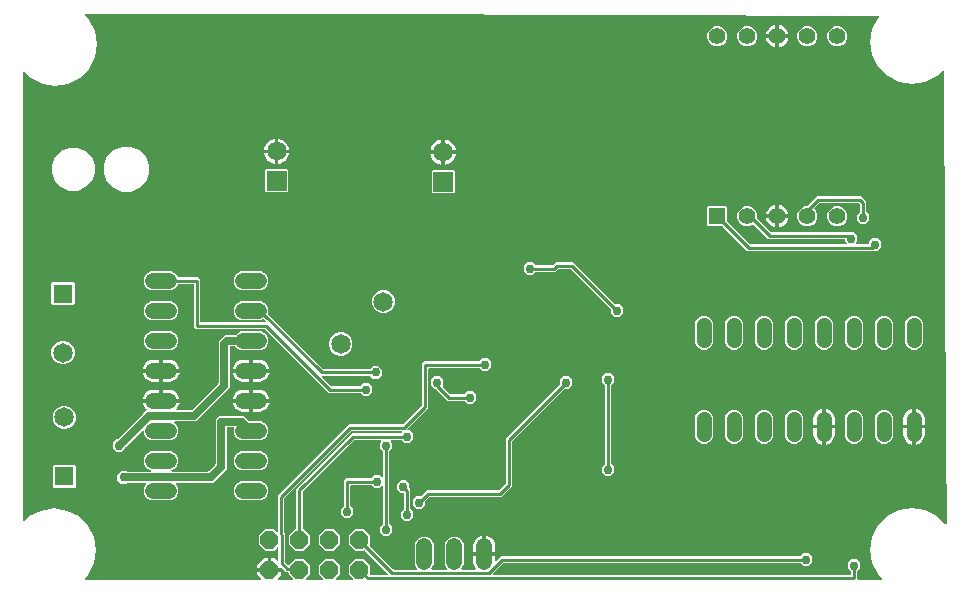
<source format=gbr>
G04 EAGLE Gerber RS-274X export*
G75*
%MOMM*%
%FSLAX34Y34*%
%LPD*%
%INBottom Copper*%
%IPPOS*%
%AMOC8*
5,1,8,0,0,1.08239X$1,22.5*%
G01*
%ADD10R,1.651000X1.651000*%
%ADD11C,1.651000*%
%ADD12C,1.320800*%
%ADD13R,1.650000X1.650000*%
%ADD14C,1.650000*%
%ADD15P,1.649562X8X22.500000*%
%ADD16C,1.288000*%
%ADD17R,1.400000X1.400000*%
%ADD18C,1.400000*%
%ADD19C,0.756400*%
%ADD20C,0.254000*%
%ADD21C,0.635000*%

G36*
X210934Y10939D02*
X210934Y10939D01*
X211005Y10941D01*
X211054Y10959D01*
X211106Y10967D01*
X211169Y11001D01*
X211236Y11026D01*
X211277Y11058D01*
X211323Y11083D01*
X211373Y11135D01*
X211429Y11179D01*
X211457Y11223D01*
X211493Y11261D01*
X211523Y11326D01*
X211562Y11386D01*
X211574Y11437D01*
X211596Y11484D01*
X211604Y11555D01*
X211622Y11625D01*
X211618Y11677D01*
X211623Y11728D01*
X211608Y11799D01*
X211602Y11870D01*
X211582Y11918D01*
X211571Y11969D01*
X211534Y12030D01*
X211506Y12096D01*
X211461Y12152D01*
X211445Y12180D01*
X211427Y12195D01*
X211401Y12227D01*
X208533Y15095D01*
X208533Y17781D01*
X217932Y17781D01*
X217952Y17784D01*
X217971Y17782D01*
X218073Y17804D01*
X218175Y17821D01*
X218192Y17830D01*
X218212Y17834D01*
X218301Y17887D01*
X218392Y17936D01*
X218406Y17950D01*
X218423Y17960D01*
X218490Y18039D01*
X218561Y18114D01*
X218570Y18132D01*
X218583Y18147D01*
X218621Y18243D01*
X218665Y18337D01*
X218667Y18357D01*
X218675Y18375D01*
X218693Y18542D01*
X218693Y19305D01*
X218695Y19305D01*
X218695Y18542D01*
X218698Y18522D01*
X218696Y18503D01*
X218718Y18401D01*
X218735Y18299D01*
X218744Y18282D01*
X218748Y18262D01*
X218801Y18173D01*
X218850Y18082D01*
X218864Y18068D01*
X218874Y18051D01*
X218953Y17984D01*
X219028Y17913D01*
X219046Y17904D01*
X219061Y17891D01*
X219157Y17852D01*
X219251Y17809D01*
X219271Y17807D01*
X219289Y17799D01*
X219456Y17781D01*
X228855Y17781D01*
X228855Y15095D01*
X225987Y12227D01*
X225945Y12169D01*
X225895Y12117D01*
X225874Y12070D01*
X225843Y12028D01*
X225822Y11959D01*
X225792Y11894D01*
X225786Y11842D01*
X225771Y11792D01*
X225773Y11721D01*
X225765Y11650D01*
X225776Y11599D01*
X225777Y11547D01*
X225802Y11479D01*
X225817Y11409D01*
X225844Y11364D01*
X225862Y11316D01*
X225906Y11260D01*
X225943Y11198D01*
X225983Y11164D01*
X226015Y11124D01*
X226076Y11085D01*
X226130Y11038D01*
X226178Y11019D01*
X226222Y10991D01*
X226292Y10973D01*
X226358Y10946D01*
X226430Y10938D01*
X226461Y10930D01*
X226484Y10932D01*
X226525Y10928D01*
X237700Y10928D01*
X237771Y10939D01*
X237842Y10941D01*
X237891Y10959D01*
X237943Y10967D01*
X238006Y11001D01*
X238073Y11026D01*
X238114Y11058D01*
X238160Y11083D01*
X238209Y11135D01*
X238265Y11179D01*
X238294Y11223D01*
X238329Y11261D01*
X238360Y11326D01*
X238398Y11386D01*
X238411Y11437D01*
X238433Y11484D01*
X238441Y11555D01*
X238458Y11625D01*
X238454Y11677D01*
X238460Y11728D01*
X238445Y11799D01*
X238439Y11870D01*
X238419Y11918D01*
X238408Y11969D01*
X238371Y12030D01*
X238343Y12096D01*
X238298Y12152D01*
X238282Y12180D01*
X238264Y12195D01*
X238238Y12227D01*
X234949Y15516D01*
X234949Y16764D01*
X234946Y16784D01*
X234948Y16803D01*
X234926Y16905D01*
X234910Y17007D01*
X234900Y17024D01*
X234896Y17044D01*
X234843Y17133D01*
X234794Y17224D01*
X234780Y17238D01*
X234770Y17255D01*
X234691Y17322D01*
X234616Y17394D01*
X234598Y17402D01*
X234583Y17415D01*
X234487Y17454D01*
X234393Y17497D01*
X234373Y17499D01*
X234355Y17507D01*
X234188Y17525D01*
X232522Y17525D01*
X229443Y20604D01*
X229369Y20657D01*
X229300Y20717D01*
X229270Y20729D01*
X229244Y20748D01*
X229157Y20775D01*
X229072Y20809D01*
X229031Y20813D01*
X229009Y20820D01*
X228976Y20819D01*
X228905Y20827D01*
X220217Y20827D01*
X220217Y29465D01*
X222903Y29465D01*
X225014Y27354D01*
X225072Y27312D01*
X225124Y27262D01*
X225171Y27241D01*
X225213Y27210D01*
X225282Y27189D01*
X225347Y27159D01*
X225399Y27153D01*
X225449Y27138D01*
X225520Y27140D01*
X225591Y27132D01*
X225642Y27143D01*
X225694Y27144D01*
X225762Y27169D01*
X225832Y27184D01*
X225877Y27211D01*
X225925Y27229D01*
X225981Y27273D01*
X226043Y27310D01*
X226077Y27350D01*
X226117Y27382D01*
X226156Y27443D01*
X226203Y27497D01*
X226222Y27545D01*
X226250Y27589D01*
X226268Y27659D01*
X226295Y27725D01*
X226303Y27797D01*
X226311Y27828D01*
X226309Y27851D01*
X226313Y27892D01*
X226313Y37553D01*
X226302Y37624D01*
X226300Y37695D01*
X226282Y37744D01*
X226274Y37796D01*
X226240Y37859D01*
X226215Y37926D01*
X226183Y37967D01*
X226158Y38013D01*
X226106Y38062D01*
X226062Y38118D01*
X226018Y38147D01*
X225980Y38182D01*
X225915Y38213D01*
X225855Y38251D01*
X225804Y38264D01*
X225757Y38286D01*
X225686Y38294D01*
X225616Y38311D01*
X225564Y38307D01*
X225513Y38313D01*
X225442Y38298D01*
X225371Y38292D01*
X225323Y38272D01*
X225272Y38261D01*
X225211Y38224D01*
X225145Y38196D01*
X225089Y38151D01*
X225061Y38135D01*
X225046Y38117D01*
X225014Y38091D01*
X222482Y35559D01*
X214906Y35559D01*
X209549Y40916D01*
X209549Y48492D01*
X214906Y53849D01*
X222482Y53849D01*
X224506Y51825D01*
X224564Y51783D01*
X224616Y51734D01*
X224663Y51712D01*
X224705Y51681D01*
X224774Y51660D01*
X224839Y51630D01*
X224891Y51624D01*
X224941Y51609D01*
X225012Y51611D01*
X225083Y51603D01*
X225134Y51614D01*
X225186Y51615D01*
X225254Y51640D01*
X225324Y51655D01*
X225369Y51682D01*
X225417Y51700D01*
X225473Y51745D01*
X225535Y51781D01*
X225569Y51821D01*
X225609Y51853D01*
X225648Y51914D01*
X225695Y51968D01*
X225714Y52017D01*
X225742Y52060D01*
X225760Y52130D01*
X225787Y52196D01*
X225795Y52268D01*
X225803Y52299D01*
X225801Y52322D01*
X225805Y52363D01*
X225805Y82438D01*
X285862Y142495D01*
X331267Y142495D01*
X331357Y142509D01*
X331448Y142517D01*
X331478Y142529D01*
X331510Y142534D01*
X331590Y142577D01*
X331674Y142613D01*
X331706Y142639D01*
X331727Y142650D01*
X331749Y142673D01*
X331805Y142718D01*
X347502Y158415D01*
X347555Y158489D01*
X347615Y158558D01*
X347627Y158588D01*
X347646Y158614D01*
X347673Y158701D01*
X347707Y158786D01*
X347711Y158827D01*
X347718Y158849D01*
X347717Y158882D01*
X347725Y158953D01*
X347725Y194198D01*
X349362Y195835D01*
X396295Y195835D01*
X396385Y195849D01*
X396476Y195857D01*
X396505Y195869D01*
X396537Y195874D01*
X396618Y195917D01*
X396702Y195953D01*
X396734Y195979D01*
X396755Y195990D01*
X396777Y196013D01*
X396833Y196058D01*
X399122Y198347D01*
X403518Y198347D01*
X406627Y195238D01*
X406627Y190842D01*
X403518Y187733D01*
X399122Y187733D01*
X396833Y190022D01*
X396759Y190075D01*
X396689Y190135D01*
X396659Y190147D01*
X396633Y190166D01*
X396546Y190193D01*
X396461Y190227D01*
X396420Y190231D01*
X396398Y190238D01*
X396366Y190237D01*
X396295Y190245D01*
X354076Y190245D01*
X354056Y190242D01*
X354037Y190244D01*
X353935Y190222D01*
X353833Y190206D01*
X353816Y190196D01*
X353796Y190192D01*
X353707Y190139D01*
X353616Y190090D01*
X353602Y190076D01*
X353585Y190066D01*
X353518Y189987D01*
X353446Y189912D01*
X353438Y189894D01*
X353425Y189879D01*
X353386Y189783D01*
X353343Y189689D01*
X353341Y189669D01*
X353333Y189651D01*
X353315Y189484D01*
X353315Y156322D01*
X351455Y154462D01*
X335679Y138686D01*
X335637Y138628D01*
X335587Y138576D01*
X335565Y138529D01*
X335535Y138487D01*
X335514Y138418D01*
X335484Y138353D01*
X335478Y138301D01*
X335463Y138251D01*
X335465Y138180D01*
X335457Y138109D01*
X335468Y138058D01*
X335469Y138006D01*
X335494Y137938D01*
X335509Y137868D01*
X335536Y137823D01*
X335554Y137775D01*
X335598Y137719D01*
X335635Y137657D01*
X335675Y137623D01*
X335707Y137583D01*
X335768Y137544D01*
X335822Y137497D01*
X335870Y137478D01*
X335914Y137450D01*
X335984Y137432D01*
X336050Y137405D01*
X336122Y137397D01*
X336153Y137389D01*
X336176Y137391D01*
X336217Y137387D01*
X337478Y137387D01*
X340587Y134278D01*
X340587Y129882D01*
X337478Y126773D01*
X333082Y126773D01*
X330793Y129062D01*
X330719Y129115D01*
X330649Y129175D01*
X330619Y129187D01*
X330593Y129206D01*
X330506Y129233D01*
X330421Y129267D01*
X330380Y129271D01*
X330358Y129278D01*
X330326Y129277D01*
X330255Y129285D01*
X322017Y129285D01*
X321947Y129274D01*
X321875Y129272D01*
X321826Y129254D01*
X321775Y129246D01*
X321711Y129212D01*
X321644Y129187D01*
X321603Y129155D01*
X321557Y129130D01*
X321508Y129078D01*
X321452Y129034D01*
X321424Y128990D01*
X321388Y128952D01*
X321358Y128887D01*
X321319Y128827D01*
X321306Y128776D01*
X321284Y128729D01*
X321276Y128658D01*
X321259Y128588D01*
X321263Y128536D01*
X321257Y128485D01*
X321272Y128414D01*
X321278Y128343D01*
X321298Y128295D01*
X321309Y128244D01*
X321346Y128183D01*
X321374Y128117D01*
X321419Y128061D01*
X321436Y128033D01*
X321453Y128018D01*
X321479Y127986D01*
X322807Y126658D01*
X322807Y122262D01*
X320518Y119973D01*
X320465Y119899D01*
X320405Y119829D01*
X320393Y119799D01*
X320374Y119773D01*
X320347Y119686D01*
X320313Y119601D01*
X320309Y119560D01*
X320302Y119538D01*
X320303Y119506D01*
X320295Y119435D01*
X320295Y58365D01*
X320309Y58275D01*
X320317Y58184D01*
X320329Y58155D01*
X320334Y58123D01*
X320377Y58042D01*
X320413Y57958D01*
X320439Y57926D01*
X320450Y57905D01*
X320473Y57883D01*
X320518Y57827D01*
X322807Y55538D01*
X322807Y51142D01*
X319698Y48033D01*
X315302Y48033D01*
X312193Y51142D01*
X312193Y55538D01*
X314482Y57827D01*
X314535Y57901D01*
X314595Y57971D01*
X314607Y58001D01*
X314626Y58027D01*
X314653Y58114D01*
X314687Y58199D01*
X314691Y58240D01*
X314698Y58262D01*
X314697Y58294D01*
X314705Y58365D01*
X314705Y89463D01*
X314694Y89533D01*
X314692Y89605D01*
X314674Y89654D01*
X314666Y89705D01*
X314632Y89769D01*
X314607Y89836D01*
X314575Y89877D01*
X314550Y89923D01*
X314498Y89972D01*
X314454Y90028D01*
X314410Y90056D01*
X314372Y90092D01*
X314307Y90122D01*
X314247Y90161D01*
X314196Y90174D01*
X314149Y90196D01*
X314078Y90204D01*
X314008Y90221D01*
X313956Y90217D01*
X313905Y90223D01*
X313834Y90208D01*
X313763Y90202D01*
X313715Y90182D01*
X313664Y90171D01*
X313603Y90134D01*
X313537Y90106D01*
X313481Y90061D01*
X313453Y90044D01*
X313438Y90027D01*
X313406Y90001D01*
X312078Y88673D01*
X307682Y88673D01*
X305393Y90962D01*
X305319Y91015D01*
X305249Y91075D01*
X305219Y91087D01*
X305193Y91106D01*
X305106Y91133D01*
X305021Y91167D01*
X304980Y91171D01*
X304958Y91178D01*
X304926Y91177D01*
X304855Y91185D01*
X288036Y91185D01*
X288016Y91182D01*
X287997Y91184D01*
X287895Y91162D01*
X287793Y91146D01*
X287776Y91136D01*
X287756Y91132D01*
X287667Y91079D01*
X287576Y91030D01*
X287562Y91016D01*
X287545Y91006D01*
X287478Y90927D01*
X287406Y90852D01*
X287398Y90834D01*
X287385Y90819D01*
X287346Y90723D01*
X287303Y90629D01*
X287301Y90609D01*
X287293Y90591D01*
X287275Y90424D01*
X287275Y73605D01*
X287289Y73515D01*
X287297Y73424D01*
X287309Y73395D01*
X287314Y73363D01*
X287357Y73282D01*
X287393Y73198D01*
X287419Y73166D01*
X287430Y73145D01*
X287453Y73123D01*
X287498Y73067D01*
X289787Y70778D01*
X289787Y66382D01*
X286678Y63273D01*
X282282Y63273D01*
X279173Y66382D01*
X279173Y70778D01*
X281462Y73067D01*
X281515Y73141D01*
X281575Y73211D01*
X281587Y73241D01*
X281606Y73267D01*
X281633Y73354D01*
X281667Y73439D01*
X281671Y73480D01*
X281678Y73502D01*
X281677Y73534D01*
X281685Y73605D01*
X281685Y95138D01*
X283322Y96775D01*
X304855Y96775D01*
X304945Y96789D01*
X305036Y96797D01*
X305065Y96809D01*
X305097Y96814D01*
X305178Y96857D01*
X305262Y96893D01*
X305294Y96919D01*
X305315Y96930D01*
X305337Y96953D01*
X305393Y96998D01*
X307682Y99287D01*
X312078Y99287D01*
X313406Y97959D01*
X313464Y97917D01*
X313516Y97868D01*
X313563Y97846D01*
X313605Y97816D01*
X313674Y97794D01*
X313739Y97764D01*
X313791Y97759D01*
X313841Y97743D01*
X313912Y97745D01*
X313983Y97737D01*
X314034Y97748D01*
X314086Y97750D01*
X314154Y97774D01*
X314224Y97789D01*
X314269Y97816D01*
X314317Y97834D01*
X314373Y97879D01*
X314435Y97916D01*
X314469Y97955D01*
X314509Y97988D01*
X314548Y98048D01*
X314595Y98103D01*
X314614Y98151D01*
X314642Y98195D01*
X314660Y98264D01*
X314687Y98331D01*
X314695Y98402D01*
X314703Y98433D01*
X314701Y98456D01*
X314705Y98497D01*
X314705Y119435D01*
X314691Y119525D01*
X314683Y119616D01*
X314671Y119645D01*
X314666Y119677D01*
X314623Y119758D01*
X314587Y119842D01*
X314561Y119874D01*
X314550Y119895D01*
X314527Y119917D01*
X314482Y119973D01*
X312193Y122262D01*
X312193Y126658D01*
X313521Y127986D01*
X313563Y128044D01*
X313612Y128096D01*
X313634Y128143D01*
X313664Y128185D01*
X313686Y128254D01*
X313716Y128319D01*
X313721Y128371D01*
X313737Y128421D01*
X313735Y128492D01*
X313743Y128563D01*
X313732Y128614D01*
X313730Y128666D01*
X313706Y128734D01*
X313691Y128804D01*
X313664Y128849D01*
X313646Y128897D01*
X313601Y128953D01*
X313564Y129015D01*
X313525Y129049D01*
X313492Y129089D01*
X313432Y129128D01*
X313377Y129175D01*
X313329Y129194D01*
X313285Y129222D01*
X313216Y129240D01*
X313149Y129267D01*
X313078Y129275D01*
X313047Y129283D01*
X313024Y129281D01*
X312983Y129285D01*
X291033Y129285D01*
X290943Y129271D01*
X290852Y129263D01*
X290822Y129251D01*
X290790Y129246D01*
X290710Y129203D01*
X290626Y129167D01*
X290594Y129141D01*
X290573Y129130D01*
X290551Y129107D01*
X290495Y129062D01*
X247112Y85679D01*
X247059Y85605D01*
X246999Y85536D01*
X246987Y85506D01*
X246968Y85480D01*
X246941Y85393D01*
X246907Y85308D01*
X246903Y85267D01*
X246896Y85245D01*
X246897Y85212D01*
X246889Y85141D01*
X246889Y54610D01*
X246892Y54590D01*
X246890Y54571D01*
X246912Y54469D01*
X246928Y54367D01*
X246938Y54350D01*
X246942Y54330D01*
X246995Y54241D01*
X247044Y54150D01*
X247058Y54136D01*
X247068Y54119D01*
X247147Y54052D01*
X247222Y53980D01*
X247240Y53972D01*
X247255Y53959D01*
X247351Y53920D01*
X247445Y53877D01*
X247465Y53875D01*
X247483Y53867D01*
X247650Y53849D01*
X247882Y53849D01*
X253239Y48492D01*
X253239Y40916D01*
X247882Y35559D01*
X240306Y35559D01*
X234949Y40916D01*
X234949Y48492D01*
X240306Y53849D01*
X240538Y53849D01*
X240558Y53852D01*
X240577Y53850D01*
X240679Y53872D01*
X240781Y53888D01*
X240798Y53898D01*
X240818Y53902D01*
X240907Y53955D01*
X240998Y54004D01*
X241012Y54018D01*
X241029Y54028D01*
X241096Y54107D01*
X241168Y54182D01*
X241176Y54200D01*
X241189Y54215D01*
X241228Y54311D01*
X241271Y54405D01*
X241273Y54425D01*
X241281Y54443D01*
X241299Y54610D01*
X241299Y87772D01*
X288402Y134875D01*
X330255Y134875D01*
X330344Y134889D01*
X330436Y134897D01*
X330465Y134909D01*
X330497Y134914D01*
X330578Y134957D01*
X330662Y134993D01*
X330694Y135019D01*
X330715Y135030D01*
X330737Y135053D01*
X330793Y135098D01*
X331301Y135606D01*
X331343Y135664D01*
X331392Y135716D01*
X331414Y135763D01*
X331444Y135805D01*
X331466Y135874D01*
X331496Y135939D01*
X331501Y135991D01*
X331517Y136041D01*
X331515Y136112D01*
X331523Y136183D01*
X331512Y136234D01*
X331510Y136286D01*
X331486Y136354D01*
X331471Y136424D01*
X331444Y136469D01*
X331426Y136517D01*
X331381Y136573D01*
X331344Y136635D01*
X331305Y136669D01*
X331272Y136709D01*
X331212Y136748D01*
X331157Y136795D01*
X331109Y136814D01*
X331065Y136842D01*
X330996Y136860D01*
X330929Y136887D01*
X330858Y136895D01*
X330827Y136903D01*
X330804Y136901D01*
X330763Y136905D01*
X288493Y136905D01*
X288403Y136891D01*
X288312Y136883D01*
X288282Y136871D01*
X288250Y136866D01*
X288170Y136823D01*
X288086Y136787D01*
X288054Y136761D01*
X288033Y136750D01*
X288011Y136727D01*
X287955Y136682D01*
X231618Y80345D01*
X231565Y80271D01*
X231505Y80202D01*
X231493Y80172D01*
X231474Y80146D01*
X231447Y80059D01*
X231413Y79974D01*
X231409Y79933D01*
X231402Y79911D01*
X231403Y79878D01*
X231395Y79807D01*
X231395Y50999D01*
X231409Y50908D01*
X231417Y50818D01*
X231429Y50788D01*
X231434Y50756D01*
X231477Y50675D01*
X231513Y50591D01*
X231539Y50559D01*
X231550Y50538D01*
X231573Y50516D01*
X231618Y50460D01*
X231903Y50175D01*
X231903Y26365D01*
X231917Y26275D01*
X231925Y26184D01*
X231937Y26154D01*
X231942Y26122D01*
X231985Y26042D01*
X232021Y25958D01*
X232047Y25925D01*
X232058Y25905D01*
X232081Y25883D01*
X232126Y25827D01*
X234367Y23586D01*
X234383Y23574D01*
X234395Y23559D01*
X234482Y23502D01*
X234566Y23442D01*
X234585Y23436D01*
X234602Y23426D01*
X234703Y23400D01*
X234801Y23370D01*
X234821Y23370D01*
X234841Y23365D01*
X234944Y23374D01*
X235047Y23376D01*
X235066Y23383D01*
X235086Y23385D01*
X235181Y23425D01*
X235278Y23461D01*
X235294Y23473D01*
X235312Y23481D01*
X235443Y23586D01*
X240306Y28449D01*
X247882Y28449D01*
X253239Y23092D01*
X253239Y15516D01*
X249950Y12227D01*
X249908Y12169D01*
X249859Y12117D01*
X249837Y12070D01*
X249806Y12028D01*
X249785Y11959D01*
X249755Y11894D01*
X249749Y11842D01*
X249734Y11792D01*
X249736Y11721D01*
X249728Y11650D01*
X249739Y11599D01*
X249740Y11547D01*
X249765Y11479D01*
X249780Y11409D01*
X249807Y11364D01*
X249825Y11316D01*
X249870Y11260D01*
X249906Y11198D01*
X249946Y11164D01*
X249978Y11124D01*
X250039Y11085D01*
X250093Y11038D01*
X250142Y11019D01*
X250185Y10991D01*
X250255Y10973D01*
X250321Y10946D01*
X250393Y10938D01*
X250424Y10930D01*
X250447Y10932D01*
X250488Y10928D01*
X263100Y10928D01*
X263171Y10939D01*
X263242Y10941D01*
X263291Y10959D01*
X263343Y10967D01*
X263406Y11001D01*
X263473Y11026D01*
X263514Y11058D01*
X263560Y11083D01*
X263609Y11135D01*
X263665Y11179D01*
X263694Y11223D01*
X263729Y11261D01*
X263760Y11326D01*
X263798Y11386D01*
X263811Y11437D01*
X263833Y11484D01*
X263841Y11555D01*
X263858Y11625D01*
X263854Y11677D01*
X263860Y11728D01*
X263845Y11799D01*
X263839Y11870D01*
X263819Y11918D01*
X263808Y11969D01*
X263771Y12030D01*
X263743Y12096D01*
X263698Y12152D01*
X263682Y12180D01*
X263664Y12195D01*
X263638Y12227D01*
X260349Y15516D01*
X260349Y23092D01*
X265706Y28449D01*
X273282Y28449D01*
X278639Y23092D01*
X278639Y15516D01*
X275350Y12227D01*
X275308Y12169D01*
X275259Y12117D01*
X275237Y12070D01*
X275206Y12028D01*
X275185Y11959D01*
X275155Y11894D01*
X275149Y11842D01*
X275134Y11792D01*
X275136Y11721D01*
X275128Y11650D01*
X275139Y11599D01*
X275140Y11547D01*
X275165Y11479D01*
X275180Y11409D01*
X275207Y11364D01*
X275225Y11316D01*
X275270Y11260D01*
X275306Y11198D01*
X275346Y11164D01*
X275378Y11124D01*
X275439Y11085D01*
X275493Y11038D01*
X275542Y11019D01*
X275585Y10991D01*
X275655Y10973D01*
X275721Y10946D01*
X275793Y10938D01*
X275824Y10930D01*
X275847Y10932D01*
X275888Y10928D01*
X288500Y10928D01*
X288571Y10939D01*
X288642Y10941D01*
X288691Y10959D01*
X288743Y10967D01*
X288806Y11001D01*
X288873Y11026D01*
X288914Y11058D01*
X288960Y11083D01*
X289009Y11135D01*
X289065Y11179D01*
X289094Y11223D01*
X289129Y11261D01*
X289160Y11326D01*
X289198Y11386D01*
X289211Y11437D01*
X289233Y11484D01*
X289241Y11555D01*
X289258Y11625D01*
X289254Y11677D01*
X289260Y11728D01*
X289245Y11799D01*
X289239Y11870D01*
X289219Y11918D01*
X289208Y11969D01*
X289171Y12030D01*
X289143Y12096D01*
X289098Y12152D01*
X289082Y12180D01*
X289064Y12195D01*
X289038Y12227D01*
X285749Y15516D01*
X285749Y23092D01*
X291106Y28449D01*
X298682Y28449D01*
X304039Y23092D01*
X304039Y15753D01*
X304042Y15733D01*
X304040Y15714D01*
X304062Y15612D01*
X304078Y15510D01*
X304088Y15493D01*
X304092Y15473D01*
X304145Y15384D01*
X304194Y15293D01*
X304208Y15279D01*
X304218Y15262D01*
X304297Y15195D01*
X304372Y15123D01*
X304390Y15115D01*
X304405Y15102D01*
X304501Y15063D01*
X304595Y15020D01*
X304615Y15018D01*
X304633Y15010D01*
X304800Y14992D01*
X318816Y14992D01*
X318887Y15003D01*
X318959Y15005D01*
X319008Y15023D01*
X319059Y15031D01*
X319122Y15065D01*
X319190Y15090D01*
X319230Y15122D01*
X319276Y15147D01*
X319326Y15198D01*
X319382Y15243D01*
X319410Y15287D01*
X319446Y15325D01*
X319476Y15390D01*
X319515Y15450D01*
X319527Y15501D01*
X319549Y15548D01*
X319557Y15619D01*
X319575Y15689D01*
X319571Y15741D01*
X319576Y15792D01*
X319561Y15863D01*
X319556Y15934D01*
X319535Y15982D01*
X319524Y16033D01*
X319487Y16094D01*
X319459Y16160D01*
X319414Y16216D01*
X319398Y16244D01*
X319380Y16259D01*
X319354Y16291D01*
X299922Y35723D01*
X299906Y35735D01*
X299894Y35750D01*
X299806Y35807D01*
X299723Y35867D01*
X299704Y35873D01*
X299687Y35883D01*
X299586Y35909D01*
X299488Y35939D01*
X299468Y35939D01*
X299448Y35944D01*
X299345Y35935D01*
X299242Y35933D01*
X299223Y35926D01*
X299203Y35924D01*
X299108Y35884D01*
X299011Y35848D01*
X298995Y35836D01*
X298977Y35828D01*
X298846Y35723D01*
X298682Y35559D01*
X291106Y35559D01*
X285749Y40916D01*
X285749Y48492D01*
X291106Y53849D01*
X298682Y53849D01*
X304039Y48492D01*
X304039Y40916D01*
X303875Y40752D01*
X303863Y40736D01*
X303848Y40724D01*
X303791Y40636D01*
X303731Y40552D01*
X303725Y40533D01*
X303715Y40517D01*
X303689Y40416D01*
X303659Y40317D01*
X303659Y40297D01*
X303654Y40278D01*
X303663Y40175D01*
X303665Y40071D01*
X303672Y40053D01*
X303674Y40033D01*
X303714Y39938D01*
X303750Y39840D01*
X303762Y39825D01*
X303770Y39807D01*
X303875Y39676D01*
X323769Y19782D01*
X323843Y19729D01*
X323912Y19669D01*
X323942Y19657D01*
X323968Y19638D01*
X324055Y19611D01*
X324140Y19577D01*
X324181Y19573D01*
X324203Y19566D01*
X324236Y19567D01*
X324307Y19559D01*
X343028Y19559D01*
X343098Y19570D01*
X343170Y19572D01*
X343219Y19590D01*
X343270Y19598D01*
X343334Y19632D01*
X343401Y19657D01*
X343442Y19689D01*
X343488Y19714D01*
X343537Y19766D01*
X343593Y19810D01*
X343621Y19854D01*
X343657Y19892D01*
X343687Y19957D01*
X343726Y20017D01*
X343739Y20068D01*
X343761Y20115D01*
X343769Y20186D01*
X343786Y20256D01*
X343782Y20308D01*
X343788Y20359D01*
X343773Y20430D01*
X343767Y20501D01*
X343747Y20549D01*
X343736Y20600D01*
X343699Y20661D01*
X343671Y20727D01*
X343626Y20783D01*
X343609Y20811D01*
X343592Y20826D01*
X343566Y20858D01*
X342867Y21557D01*
X341629Y24545D01*
X341629Y40987D01*
X342867Y43975D01*
X345153Y46261D01*
X348141Y47499D01*
X351375Y47499D01*
X354363Y46261D01*
X356649Y43975D01*
X357887Y40987D01*
X357887Y24545D01*
X356649Y21557D01*
X355950Y20858D01*
X355908Y20800D01*
X355859Y20748D01*
X355837Y20701D01*
X355806Y20659D01*
X355785Y20590D01*
X355755Y20525D01*
X355749Y20473D01*
X355734Y20423D01*
X355736Y20352D01*
X355728Y20281D01*
X355739Y20230D01*
X355740Y20178D01*
X355765Y20110D01*
X355780Y20040D01*
X355807Y19995D01*
X355825Y19947D01*
X355870Y19891D01*
X355907Y19829D01*
X355946Y19795D01*
X355979Y19755D01*
X356039Y19716D01*
X356093Y19669D01*
X356142Y19650D01*
X356186Y19622D01*
X356255Y19604D01*
X356322Y19577D01*
X356393Y19569D01*
X356424Y19561D01*
X356447Y19563D01*
X356488Y19559D01*
X368428Y19559D01*
X368498Y19570D01*
X368570Y19572D01*
X368619Y19590D01*
X368670Y19598D01*
X368734Y19632D01*
X368801Y19657D01*
X368842Y19689D01*
X368888Y19714D01*
X368937Y19766D01*
X368993Y19810D01*
X369021Y19854D01*
X369057Y19892D01*
X369087Y19957D01*
X369126Y20017D01*
X369139Y20068D01*
X369161Y20115D01*
X369169Y20186D01*
X369186Y20256D01*
X369182Y20308D01*
X369188Y20359D01*
X369173Y20430D01*
X369167Y20501D01*
X369147Y20549D01*
X369136Y20600D01*
X369099Y20661D01*
X369071Y20727D01*
X369026Y20783D01*
X369009Y20811D01*
X368992Y20826D01*
X368966Y20858D01*
X368267Y21557D01*
X367029Y24545D01*
X367029Y40987D01*
X368267Y43975D01*
X370553Y46261D01*
X373541Y47499D01*
X376775Y47499D01*
X379763Y46261D01*
X382049Y43975D01*
X383287Y40987D01*
X383287Y24545D01*
X382049Y21557D01*
X381350Y20858D01*
X381308Y20800D01*
X381259Y20748D01*
X381237Y20701D01*
X381206Y20659D01*
X381185Y20590D01*
X381155Y20525D01*
X381149Y20473D01*
X381134Y20423D01*
X381136Y20352D01*
X381128Y20281D01*
X381139Y20230D01*
X381140Y20178D01*
X381165Y20110D01*
X381180Y20040D01*
X381207Y19995D01*
X381225Y19947D01*
X381270Y19891D01*
X381307Y19829D01*
X381346Y19795D01*
X381379Y19755D01*
X381439Y19716D01*
X381493Y19669D01*
X381542Y19650D01*
X381586Y19622D01*
X381655Y19604D01*
X381722Y19577D01*
X381793Y19569D01*
X381824Y19561D01*
X381847Y19563D01*
X381888Y19559D01*
X392548Y19559D01*
X392665Y19578D01*
X392785Y19597D01*
X392787Y19598D01*
X392790Y19598D01*
X392895Y19654D01*
X393003Y19710D01*
X393005Y19712D01*
X393008Y19714D01*
X393090Y19800D01*
X393174Y19887D01*
X393175Y19890D01*
X393177Y19892D01*
X393227Y20000D01*
X393279Y20109D01*
X393280Y20112D01*
X393281Y20115D01*
X393294Y20233D01*
X393308Y20353D01*
X393308Y20356D01*
X393308Y20359D01*
X393283Y20476D01*
X393258Y20594D01*
X393256Y20597D01*
X393256Y20600D01*
X393250Y20609D01*
X393181Y20743D01*
X392454Y21830D01*
X391765Y23495D01*
X391413Y25261D01*
X391413Y31243D01*
X399796Y31243D01*
X399816Y31246D01*
X399835Y31244D01*
X399937Y31266D01*
X400039Y31283D01*
X400056Y31292D01*
X400076Y31296D01*
X400165Y31349D01*
X400256Y31398D01*
X400270Y31412D01*
X400287Y31422D01*
X400354Y31501D01*
X400425Y31576D01*
X400434Y31594D01*
X400447Y31609D01*
X400485Y31705D01*
X400529Y31799D01*
X400531Y31819D01*
X400539Y31837D01*
X400557Y32004D01*
X400557Y32767D01*
X400559Y32767D01*
X400559Y32004D01*
X400562Y31984D01*
X400560Y31965D01*
X400582Y31863D01*
X400599Y31761D01*
X400608Y31744D01*
X400612Y31724D01*
X400665Y31635D01*
X400714Y31544D01*
X400728Y31530D01*
X400738Y31513D01*
X400817Y31446D01*
X400892Y31375D01*
X400910Y31366D01*
X400925Y31353D01*
X401021Y31314D01*
X401115Y31271D01*
X401135Y31269D01*
X401153Y31261D01*
X401320Y31243D01*
X409703Y31243D01*
X409703Y27806D01*
X409714Y27735D01*
X409716Y27664D01*
X409734Y27615D01*
X409742Y27563D01*
X409776Y27500D01*
X409801Y27433D01*
X409833Y27392D01*
X409858Y27346D01*
X409910Y27297D01*
X409954Y27241D01*
X409998Y27212D01*
X410036Y27177D01*
X410101Y27146D01*
X410161Y27108D01*
X410212Y27095D01*
X410259Y27073D01*
X410330Y27065D01*
X410400Y27048D01*
X410452Y27052D01*
X410503Y27046D01*
X410574Y27061D01*
X410645Y27067D01*
X410693Y27087D01*
X410744Y27098D01*
X410805Y27135D01*
X410871Y27163D01*
X410927Y27208D01*
X410955Y27224D01*
X410970Y27242D01*
X411002Y27268D01*
X414469Y30735D01*
X668075Y30735D01*
X668165Y30749D01*
X668256Y30757D01*
X668285Y30769D01*
X668317Y30774D01*
X668398Y30817D01*
X668482Y30853D01*
X668514Y30879D01*
X668535Y30890D01*
X668557Y30913D01*
X668613Y30958D01*
X670902Y33247D01*
X675298Y33247D01*
X678407Y30138D01*
X678407Y25742D01*
X675298Y22633D01*
X670902Y22633D01*
X668613Y24922D01*
X668539Y24975D01*
X668469Y25035D01*
X668439Y25047D01*
X668413Y25066D01*
X668326Y25093D01*
X668241Y25127D01*
X668200Y25131D01*
X668178Y25138D01*
X668146Y25137D01*
X668075Y25145D01*
X417100Y25145D01*
X417010Y25131D01*
X416919Y25123D01*
X416889Y25111D01*
X416857Y25106D01*
X416776Y25063D01*
X416692Y25027D01*
X416660Y25001D01*
X416640Y24990D01*
X416617Y24967D01*
X416561Y24922D01*
X407930Y16291D01*
X407889Y16233D01*
X407839Y16181D01*
X407817Y16134D01*
X407787Y16092D01*
X407766Y16023D01*
X407736Y15958D01*
X407730Y15906D01*
X407715Y15856D01*
X407716Y15785D01*
X407708Y15714D01*
X407720Y15663D01*
X407721Y15611D01*
X407746Y15543D01*
X407761Y15473D01*
X407787Y15428D01*
X407805Y15380D01*
X407850Y15324D01*
X407887Y15262D01*
X407926Y15228D01*
X407959Y15188D01*
X408019Y15149D01*
X408074Y15102D01*
X408122Y15083D01*
X408166Y15055D01*
X408235Y15037D01*
X408302Y15010D01*
X408373Y15002D01*
X408404Y14994D01*
X408428Y14996D01*
X408469Y14992D01*
X710184Y14992D01*
X710204Y14995D01*
X710223Y14993D01*
X710325Y15015D01*
X710427Y15031D01*
X710444Y15041D01*
X710464Y15045D01*
X710553Y15098D01*
X710644Y15147D01*
X710658Y15161D01*
X710675Y15171D01*
X710742Y15250D01*
X710814Y15325D01*
X710822Y15343D01*
X710835Y15358D01*
X710874Y15454D01*
X710917Y15548D01*
X710919Y15568D01*
X710927Y15586D01*
X710945Y15753D01*
X710945Y17835D01*
X710931Y17925D01*
X710923Y18016D01*
X710911Y18045D01*
X710906Y18077D01*
X710863Y18158D01*
X710827Y18242D01*
X710801Y18274D01*
X710790Y18295D01*
X710767Y18317D01*
X710722Y18373D01*
X708433Y20662D01*
X708433Y25058D01*
X711542Y28167D01*
X715938Y28167D01*
X719047Y25058D01*
X719047Y20662D01*
X716758Y18373D01*
X716705Y18299D01*
X716645Y18229D01*
X716633Y18199D01*
X716614Y18173D01*
X716587Y18086D01*
X716553Y18001D01*
X716549Y17960D01*
X716542Y17938D01*
X716543Y17906D01*
X716535Y17835D01*
X716535Y11689D01*
X716538Y11669D01*
X716536Y11650D01*
X716558Y11548D01*
X716574Y11446D01*
X716584Y11429D01*
X716588Y11409D01*
X716641Y11320D01*
X716690Y11229D01*
X716704Y11215D01*
X716714Y11198D01*
X716793Y11131D01*
X716868Y11059D01*
X716886Y11051D01*
X716901Y11038D01*
X716997Y10999D01*
X717091Y10956D01*
X717111Y10954D01*
X717129Y10946D01*
X717296Y10928D01*
X736914Y10928D01*
X736985Y10939D01*
X737057Y10941D01*
X737106Y10959D01*
X737157Y10967D01*
X737220Y11001D01*
X737288Y11026D01*
X737328Y11058D01*
X737375Y11083D01*
X737424Y11135D01*
X737480Y11179D01*
X737508Y11223D01*
X737544Y11261D01*
X737574Y11326D01*
X737613Y11386D01*
X737626Y11437D01*
X737648Y11484D01*
X737655Y11555D01*
X737673Y11625D01*
X737669Y11677D01*
X737675Y11728D01*
X737659Y11799D01*
X737654Y11870D01*
X737633Y11918D01*
X737622Y11969D01*
X737586Y12030D01*
X737557Y12096D01*
X737513Y12152D01*
X737496Y12180D01*
X737478Y12195D01*
X737453Y12227D01*
X734000Y15679D01*
X728951Y25590D01*
X727211Y36576D01*
X728951Y47562D01*
X734000Y57473D01*
X741865Y65338D01*
X751776Y70387D01*
X762762Y72127D01*
X773748Y70387D01*
X783659Y65338D01*
X790877Y58119D01*
X790937Y58076D01*
X790990Y58026D01*
X791036Y58005D01*
X791077Y57976D01*
X791147Y57954D01*
X791214Y57923D01*
X791264Y57918D01*
X791312Y57903D01*
X791385Y57905D01*
X791458Y57897D01*
X791507Y57908D01*
X791558Y57910D01*
X791627Y57935D01*
X791699Y57951D01*
X791741Y57977D01*
X791789Y57994D01*
X791846Y58040D01*
X791909Y58078D01*
X791941Y58116D01*
X791981Y58148D01*
X792020Y58210D01*
X792068Y58266D01*
X792086Y58313D01*
X792114Y58355D01*
X792132Y58426D01*
X792159Y58495D01*
X792166Y58563D01*
X792174Y58593D01*
X792172Y58618D01*
X792176Y58661D01*
X791837Y125471D01*
X791837Y125472D01*
X791837Y125473D01*
X789582Y441166D01*
X789571Y441234D01*
X789569Y441303D01*
X789550Y441354D01*
X789541Y441408D01*
X789508Y441469D01*
X789484Y441534D01*
X789450Y441577D01*
X789424Y441625D01*
X789374Y441672D01*
X789331Y441726D01*
X789285Y441756D01*
X789245Y441793D01*
X789182Y441822D01*
X789124Y441859D01*
X789071Y441872D01*
X789021Y441895D01*
X788952Y441902D01*
X788885Y441919D01*
X788831Y441915D01*
X788776Y441920D01*
X788709Y441905D01*
X788640Y441900D01*
X788590Y441878D01*
X788536Y441866D01*
X788477Y441830D01*
X788414Y441804D01*
X788354Y441756D01*
X788326Y441739D01*
X788312Y441722D01*
X788283Y441699D01*
X783913Y437328D01*
X774002Y432279D01*
X763016Y430539D01*
X752030Y432279D01*
X742119Y437328D01*
X734254Y445193D01*
X729205Y455104D01*
X727465Y466090D01*
X729205Y477076D01*
X734254Y486986D01*
X734632Y487364D01*
X734674Y487422D01*
X734722Y487473D01*
X734745Y487521D01*
X734776Y487564D01*
X734797Y487631D01*
X734827Y487695D01*
X734833Y487748D01*
X734848Y487799D01*
X734847Y487870D01*
X734855Y487940D01*
X734843Y487992D01*
X734842Y488045D01*
X734818Y488111D01*
X734803Y488180D01*
X734776Y488226D01*
X734758Y488276D01*
X734714Y488331D01*
X734678Y488392D01*
X734637Y488427D01*
X734604Y488468D01*
X734545Y488506D01*
X734491Y488552D01*
X734442Y488572D01*
X734397Y488601D01*
X734329Y488618D01*
X734263Y488645D01*
X734190Y488653D01*
X734158Y488661D01*
X734136Y488660D01*
X734097Y488664D01*
X290167Y490214D01*
X290166Y490214D01*
X290164Y490214D01*
X63186Y490214D01*
X63115Y490203D01*
X63043Y490201D01*
X62994Y490183D01*
X62943Y490175D01*
X62880Y490141D01*
X62812Y490116D01*
X62771Y490084D01*
X62725Y490059D01*
X62676Y490008D01*
X62620Y489963D01*
X62592Y489919D01*
X62556Y489881D01*
X62526Y489816D01*
X62487Y489756D01*
X62474Y489705D01*
X62452Y489658D01*
X62445Y489587D01*
X62427Y489517D01*
X62431Y489465D01*
X62425Y489414D01*
X62441Y489343D01*
X62446Y489272D01*
X62467Y489224D01*
X62478Y489173D01*
X62514Y489112D01*
X62543Y489046D01*
X62587Y488990D01*
X62604Y488962D01*
X62622Y488947D01*
X62647Y488915D01*
X66354Y485208D01*
X71403Y475298D01*
X73143Y464312D01*
X71403Y453326D01*
X66354Y443415D01*
X58489Y435550D01*
X48578Y430501D01*
X37592Y428761D01*
X26606Y430501D01*
X16695Y435550D01*
X11465Y440781D01*
X11407Y440823D01*
X11355Y440872D01*
X11308Y440894D01*
X11266Y440924D01*
X11197Y440945D01*
X11132Y440976D01*
X11080Y440981D01*
X11030Y440997D01*
X10959Y440995D01*
X10888Y441003D01*
X10837Y440992D01*
X10785Y440990D01*
X10717Y440966D01*
X10647Y440950D01*
X10602Y440924D01*
X10554Y440906D01*
X10498Y440861D01*
X10436Y440824D01*
X10402Y440785D01*
X10362Y440752D01*
X10323Y440692D01*
X10276Y440637D01*
X10257Y440589D01*
X10229Y440545D01*
X10211Y440476D01*
X10184Y440409D01*
X10176Y440338D01*
X10168Y440307D01*
X10170Y440283D01*
X10166Y440242D01*
X10166Y61154D01*
X10168Y61141D01*
X10167Y61131D01*
X10177Y61082D01*
X10179Y61011D01*
X10197Y60962D01*
X10205Y60911D01*
X10239Y60848D01*
X10264Y60780D01*
X10296Y60739D01*
X10321Y60693D01*
X10372Y60644D01*
X10417Y60588D01*
X10461Y60560D01*
X10499Y60524D01*
X10564Y60494D01*
X10624Y60455D01*
X10675Y60442D01*
X10722Y60420D01*
X10793Y60413D01*
X10863Y60395D01*
X10915Y60399D01*
X10966Y60393D01*
X11037Y60409D01*
X11108Y60414D01*
X11156Y60435D01*
X11207Y60446D01*
X11268Y60482D01*
X11334Y60511D01*
X11390Y60555D01*
X11418Y60572D01*
X11433Y60590D01*
X11465Y60615D01*
X15426Y64576D01*
X25336Y69625D01*
X36322Y71365D01*
X47308Y69625D01*
X57219Y64576D01*
X65084Y56711D01*
X70133Y46800D01*
X71873Y35814D01*
X70133Y24828D01*
X65084Y14917D01*
X62393Y12227D01*
X62351Y12169D01*
X62302Y12117D01*
X62280Y12070D01*
X62250Y12028D01*
X62229Y11959D01*
X62198Y11894D01*
X62193Y11842D01*
X62177Y11792D01*
X62179Y11721D01*
X62171Y11650D01*
X62182Y11599D01*
X62184Y11547D01*
X62208Y11479D01*
X62224Y11409D01*
X62250Y11364D01*
X62268Y11316D01*
X62313Y11260D01*
X62350Y11198D01*
X62389Y11164D01*
X62422Y11124D01*
X62482Y11085D01*
X62537Y11038D01*
X62585Y11019D01*
X62629Y10991D01*
X62698Y10973D01*
X62765Y10946D01*
X62836Y10938D01*
X62867Y10930D01*
X62891Y10932D01*
X62932Y10928D01*
X210863Y10928D01*
X210934Y10939D01*
G37*
%LPC*%
G36*
X298362Y166573D02*
X298362Y166573D01*
X296073Y168862D01*
X295999Y168915D01*
X295929Y168975D01*
X295899Y168987D01*
X295873Y169006D01*
X295786Y169033D01*
X295701Y169067D01*
X295660Y169071D01*
X295638Y169078D01*
X295606Y169077D01*
X295534Y169085D01*
X268922Y169085D01*
X214965Y223042D01*
X214891Y223095D01*
X214822Y223155D01*
X214792Y223167D01*
X214766Y223186D01*
X214679Y223213D01*
X214594Y223247D01*
X214553Y223251D01*
X214531Y223258D01*
X214498Y223257D01*
X214427Y223265D01*
X156322Y223265D01*
X154685Y224902D01*
X154685Y260604D01*
X154682Y260624D01*
X154684Y260643D01*
X154662Y260745D01*
X154646Y260847D01*
X154636Y260864D01*
X154632Y260884D01*
X154579Y260973D01*
X154530Y261064D01*
X154516Y261078D01*
X154506Y261095D01*
X154427Y261162D01*
X154352Y261234D01*
X154334Y261242D01*
X154319Y261255D01*
X154223Y261294D01*
X154129Y261337D01*
X154109Y261339D01*
X154091Y261347D01*
X153924Y261365D01*
X141754Y261365D01*
X141639Y261346D01*
X141523Y261329D01*
X141517Y261327D01*
X141511Y261326D01*
X141408Y261271D01*
X141303Y261218D01*
X141299Y261213D01*
X141293Y261210D01*
X141214Y261126D01*
X141131Y261042D01*
X141127Y261036D01*
X141124Y261032D01*
X141116Y261015D01*
X141050Y260895D01*
X140495Y259555D01*
X138209Y257269D01*
X135221Y256031D01*
X118779Y256031D01*
X115791Y257269D01*
X113505Y259555D01*
X112267Y262543D01*
X112267Y265777D01*
X113505Y268765D01*
X115791Y271051D01*
X118779Y272289D01*
X135221Y272289D01*
X138209Y271051D01*
X140495Y268765D01*
X141050Y267425D01*
X141112Y267325D01*
X141172Y267225D01*
X141177Y267221D01*
X141180Y267216D01*
X141270Y267141D01*
X141359Y267065D01*
X141364Y267063D01*
X141369Y267059D01*
X141478Y267017D01*
X141587Y266973D01*
X141594Y266972D01*
X141599Y266971D01*
X141617Y266970D01*
X141754Y266955D01*
X158638Y266955D01*
X160275Y265318D01*
X160275Y229616D01*
X160278Y229596D01*
X160276Y229577D01*
X160298Y229475D01*
X160314Y229373D01*
X160324Y229356D01*
X160328Y229336D01*
X160381Y229247D01*
X160430Y229156D01*
X160444Y229142D01*
X160454Y229125D01*
X160533Y229058D01*
X160608Y228986D01*
X160626Y228978D01*
X160641Y228965D01*
X160737Y228926D01*
X160831Y228883D01*
X160851Y228881D01*
X160869Y228873D01*
X161036Y228855D01*
X214935Y228855D01*
X215006Y228866D01*
X215078Y228868D01*
X215127Y228886D01*
X215178Y228894D01*
X215241Y228928D01*
X215309Y228953D01*
X215349Y228985D01*
X215395Y229010D01*
X215445Y229061D01*
X215501Y229106D01*
X215529Y229150D01*
X215565Y229188D01*
X215595Y229253D01*
X215634Y229313D01*
X215646Y229364D01*
X215668Y229411D01*
X215676Y229482D01*
X215694Y229552D01*
X215690Y229604D01*
X215695Y229655D01*
X215680Y229726D01*
X215675Y229797D01*
X215654Y229845D01*
X215643Y229896D01*
X215606Y229957D01*
X215578Y230023D01*
X215533Y230079D01*
X215517Y230107D01*
X215499Y230122D01*
X215473Y230154D01*
X214309Y231319D01*
X214215Y231386D01*
X214120Y231457D01*
X214114Y231459D01*
X214109Y231462D01*
X213998Y231496D01*
X213886Y231533D01*
X213880Y231533D01*
X213874Y231535D01*
X213757Y231532D01*
X213640Y231531D01*
X213633Y231528D01*
X213628Y231528D01*
X213611Y231522D01*
X213479Y231484D01*
X211421Y230631D01*
X194979Y230631D01*
X191991Y231869D01*
X189705Y234155D01*
X188467Y237143D01*
X188467Y240377D01*
X189705Y243365D01*
X191991Y245651D01*
X194979Y246889D01*
X211421Y246889D01*
X214409Y245651D01*
X216695Y243365D01*
X217933Y240377D01*
X217933Y237143D01*
X217675Y236522D01*
X217666Y236483D01*
X217657Y236463D01*
X217653Y236425D01*
X217649Y236408D01*
X217620Y236295D01*
X217621Y236288D01*
X217619Y236282D01*
X217630Y236166D01*
X217639Y236049D01*
X217642Y236044D01*
X217642Y236037D01*
X217690Y235930D01*
X217736Y235823D01*
X217740Y235817D01*
X217742Y235813D01*
X217755Y235799D01*
X217840Y235692D01*
X263825Y189708D01*
X263899Y189655D01*
X263968Y189595D01*
X263998Y189583D01*
X264024Y189564D01*
X264111Y189537D01*
X264196Y189503D01*
X264237Y189499D01*
X264259Y189492D01*
X264292Y189493D01*
X264363Y189485D01*
X303585Y189485D01*
X303675Y189499D01*
X303766Y189507D01*
X303795Y189519D01*
X303827Y189524D01*
X303908Y189567D01*
X303992Y189603D01*
X304024Y189629D01*
X304045Y189640D01*
X304067Y189663D01*
X304123Y189708D01*
X306412Y191997D01*
X310808Y191997D01*
X313917Y188888D01*
X313917Y184492D01*
X310808Y181383D01*
X306412Y181383D01*
X304123Y183672D01*
X304049Y183725D01*
X303979Y183785D01*
X303949Y183797D01*
X303923Y183816D01*
X303836Y183843D01*
X303751Y183877D01*
X303710Y183881D01*
X303688Y183888D01*
X303656Y183887D01*
X303585Y183895D01*
X263855Y183895D01*
X263784Y183884D01*
X263712Y183882D01*
X263663Y183864D01*
X263612Y183856D01*
X263549Y183822D01*
X263481Y183797D01*
X263441Y183765D01*
X263395Y183740D01*
X263345Y183688D01*
X263289Y183644D01*
X263261Y183600D01*
X263225Y183562D01*
X263195Y183497D01*
X263156Y183437D01*
X263144Y183386D01*
X263122Y183339D01*
X263114Y183268D01*
X263096Y183198D01*
X263100Y183146D01*
X263095Y183095D01*
X263110Y183024D01*
X263115Y182953D01*
X263136Y182905D01*
X263147Y182854D01*
X263184Y182793D01*
X263212Y182727D01*
X263257Y182671D01*
X263273Y182643D01*
X263291Y182628D01*
X263317Y182596D01*
X271015Y174898D01*
X271089Y174845D01*
X271158Y174785D01*
X271188Y174773D01*
X271214Y174754D01*
X271301Y174727D01*
X271386Y174693D01*
X271427Y174689D01*
X271449Y174682D01*
X271482Y174683D01*
X271553Y174675D01*
X295534Y174675D01*
X295625Y174690D01*
X295715Y174697D01*
X295745Y174709D01*
X295777Y174715D01*
X295858Y174757D01*
X295942Y174793D01*
X295974Y174819D01*
X295995Y174830D01*
X296017Y174853D01*
X296073Y174898D01*
X298362Y177187D01*
X302758Y177187D01*
X305867Y174078D01*
X305867Y169682D01*
X302758Y166573D01*
X298362Y166573D01*
G37*
%LPD*%
%LPC*%
G36*
X118779Y78231D02*
X118779Y78231D01*
X115791Y79469D01*
X113505Y81755D01*
X112267Y84743D01*
X112267Y87977D01*
X113505Y90965D01*
X114331Y91791D01*
X114373Y91849D01*
X114422Y91901D01*
X114444Y91948D01*
X114475Y91990D01*
X114496Y92059D01*
X114526Y92124D01*
X114532Y92176D01*
X114547Y92226D01*
X114545Y92297D01*
X114553Y92368D01*
X114542Y92419D01*
X114541Y92471D01*
X114516Y92539D01*
X114501Y92609D01*
X114474Y92654D01*
X114456Y92702D01*
X114411Y92758D01*
X114374Y92820D01*
X114335Y92854D01*
X114302Y92894D01*
X114242Y92933D01*
X114188Y92980D01*
X114139Y92999D01*
X114095Y93027D01*
X114026Y93045D01*
X113959Y93072D01*
X113888Y93080D01*
X113857Y93088D01*
X113834Y93086D01*
X113793Y93090D01*
X98370Y93090D01*
X98280Y93076D01*
X98189Y93068D01*
X98160Y93056D01*
X98128Y93051D01*
X98047Y93008D01*
X97963Y92972D01*
X97931Y92946D01*
X97910Y92935D01*
X97888Y92912D01*
X97832Y92867D01*
X97448Y92483D01*
X93052Y92483D01*
X89943Y95592D01*
X89943Y99988D01*
X93052Y103097D01*
X97448Y103097D01*
X97832Y102713D01*
X97906Y102660D01*
X97976Y102600D01*
X98006Y102588D01*
X98032Y102569D01*
X98119Y102542D01*
X98204Y102508D01*
X98245Y102504D01*
X98267Y102497D01*
X98299Y102498D01*
X98370Y102490D01*
X117708Y102490D01*
X117804Y102505D01*
X117901Y102515D01*
X117925Y102525D01*
X117951Y102529D01*
X118037Y102575D01*
X118126Y102615D01*
X118145Y102632D01*
X118168Y102645D01*
X118235Y102715D01*
X118307Y102781D01*
X118319Y102804D01*
X118337Y102823D01*
X118378Y102911D01*
X118425Y102997D01*
X118430Y103022D01*
X118441Y103046D01*
X118452Y103143D01*
X118469Y103239D01*
X118465Y103265D01*
X118468Y103290D01*
X118448Y103386D01*
X118433Y103482D01*
X118422Y103505D01*
X118416Y103531D01*
X118366Y103614D01*
X118322Y103701D01*
X118303Y103720D01*
X118290Y103742D01*
X118216Y103805D01*
X118146Y103873D01*
X118118Y103889D01*
X118103Y103902D01*
X118072Y103914D01*
X117999Y103954D01*
X115791Y104869D01*
X113505Y107155D01*
X112267Y110143D01*
X112267Y113377D01*
X113505Y116365D01*
X115791Y118651D01*
X118779Y119889D01*
X135221Y119889D01*
X138209Y118651D01*
X140495Y116365D01*
X141733Y113377D01*
X141733Y110143D01*
X140495Y107155D01*
X138209Y104869D01*
X136001Y103954D01*
X135918Y103903D01*
X135832Y103857D01*
X135814Y103839D01*
X135792Y103825D01*
X135729Y103749D01*
X135663Y103679D01*
X135652Y103655D01*
X135635Y103635D01*
X135600Y103544D01*
X135559Y103456D01*
X135556Y103430D01*
X135547Y103406D01*
X135543Y103308D01*
X135532Y103212D01*
X135537Y103186D01*
X135536Y103160D01*
X135563Y103066D01*
X135584Y102971D01*
X135597Y102949D01*
X135605Y102924D01*
X135660Y102844D01*
X135710Y102760D01*
X135730Y102743D01*
X135745Y102722D01*
X135823Y102663D01*
X135897Y102600D01*
X135921Y102590D01*
X135942Y102575D01*
X136035Y102545D01*
X136125Y102508D01*
X136158Y102505D01*
X136176Y102499D01*
X136209Y102499D01*
X136292Y102490D01*
X166648Y102490D01*
X166738Y102504D01*
X166829Y102512D01*
X166859Y102524D01*
X166891Y102529D01*
X166971Y102572D01*
X167055Y102608D01*
X167087Y102634D01*
X167108Y102645D01*
X167130Y102668D01*
X167186Y102713D01*
X172877Y108404D01*
X172930Y108478D01*
X172990Y108547D01*
X173002Y108577D01*
X173021Y108603D01*
X173048Y108690D01*
X173082Y108775D01*
X173086Y108816D01*
X173093Y108839D01*
X173092Y108871D01*
X173100Y108942D01*
X173100Y146727D01*
X175853Y149480D01*
X197527Y149480D01*
X201495Y145512D01*
X201569Y145459D01*
X201638Y145399D01*
X201668Y145387D01*
X201694Y145368D01*
X201781Y145341D01*
X201866Y145307D01*
X201907Y145303D01*
X201930Y145296D01*
X201962Y145297D01*
X202033Y145289D01*
X211421Y145289D01*
X214409Y144051D01*
X216695Y141765D01*
X217933Y138777D01*
X217933Y135543D01*
X216695Y132555D01*
X214409Y130269D01*
X211421Y129031D01*
X194979Y129031D01*
X191991Y130269D01*
X189705Y132555D01*
X188467Y135543D01*
X188467Y138777D01*
X188571Y139028D01*
X188582Y139072D01*
X188601Y139114D01*
X188610Y139191D01*
X188627Y139267D01*
X188623Y139313D01*
X188628Y139358D01*
X188612Y139435D01*
X188604Y139512D01*
X188586Y139554D01*
X188576Y139599D01*
X188536Y139666D01*
X188504Y139737D01*
X188473Y139771D01*
X188450Y139810D01*
X188390Y139861D01*
X188338Y139918D01*
X188298Y139940D01*
X188263Y139970D01*
X188190Y139999D01*
X188122Y140036D01*
X188077Y140045D01*
X188035Y140062D01*
X187899Y140077D01*
X187880Y140080D01*
X187875Y140079D01*
X187868Y140080D01*
X183261Y140080D01*
X183241Y140077D01*
X183222Y140079D01*
X183120Y140057D01*
X183018Y140041D01*
X183001Y140031D01*
X182981Y140027D01*
X182892Y139974D01*
X182801Y139925D01*
X182787Y139911D01*
X182770Y139901D01*
X182703Y139822D01*
X182631Y139747D01*
X182623Y139729D01*
X182610Y139714D01*
X182571Y139618D01*
X182528Y139524D01*
X182526Y139504D01*
X182518Y139486D01*
X182500Y139319D01*
X182500Y104733D01*
X170857Y93090D01*
X140207Y93090D01*
X140137Y93079D01*
X140065Y93077D01*
X140016Y93059D01*
X139965Y93051D01*
X139901Y93017D01*
X139834Y92992D01*
X139793Y92960D01*
X139747Y92935D01*
X139698Y92883D01*
X139642Y92839D01*
X139614Y92795D01*
X139578Y92757D01*
X139548Y92692D01*
X139509Y92632D01*
X139496Y92581D01*
X139474Y92534D01*
X139466Y92463D01*
X139449Y92393D01*
X139453Y92341D01*
X139447Y92290D01*
X139462Y92219D01*
X139468Y92148D01*
X139488Y92100D01*
X139499Y92049D01*
X139536Y91988D01*
X139564Y91922D01*
X139609Y91866D01*
X139626Y91838D01*
X139643Y91823D01*
X139669Y91791D01*
X140495Y90965D01*
X141733Y87977D01*
X141733Y84743D01*
X140495Y81755D01*
X138209Y79469D01*
X135221Y78231D01*
X118779Y78231D01*
G37*
%LPD*%
%LPC*%
G36*
X89242Y119153D02*
X89242Y119153D01*
X86133Y122262D01*
X86133Y126658D01*
X89242Y129767D01*
X89785Y129767D01*
X89875Y129781D01*
X89966Y129789D01*
X89996Y129801D01*
X90028Y129806D01*
X90108Y129849D01*
X90192Y129885D01*
X90224Y129911D01*
X90245Y129922D01*
X90267Y129945D01*
X90323Y129990D01*
X111917Y151584D01*
X114644Y154311D01*
X114699Y154388D01*
X114760Y154460D01*
X114771Y154487D01*
X114788Y154510D01*
X114816Y154601D01*
X114850Y154689D01*
X114852Y154718D01*
X114860Y154746D01*
X114858Y154840D01*
X114862Y154935D01*
X114855Y154963D01*
X114854Y154991D01*
X114821Y155080D01*
X114796Y155172D01*
X114779Y155195D01*
X114769Y155222D01*
X114710Y155296D01*
X114657Y155375D01*
X114629Y155398D01*
X114616Y155414D01*
X114597Y155427D01*
X113293Y156730D01*
X112292Y158228D01*
X111603Y159893D01*
X111375Y161037D01*
X126238Y161037D01*
X126258Y161040D01*
X126277Y161038D01*
X126379Y161060D01*
X126481Y161077D01*
X126498Y161086D01*
X126518Y161090D01*
X126607Y161143D01*
X126698Y161192D01*
X126712Y161206D01*
X126729Y161216D01*
X126796Y161295D01*
X126867Y161370D01*
X126876Y161388D01*
X126889Y161403D01*
X126927Y161499D01*
X126971Y161593D01*
X126973Y161613D01*
X126981Y161631D01*
X126999Y161798D01*
X126999Y162561D01*
X127001Y162561D01*
X127001Y161798D01*
X127004Y161778D01*
X127002Y161759D01*
X127024Y161657D01*
X127041Y161555D01*
X127050Y161538D01*
X127054Y161518D01*
X127107Y161429D01*
X127156Y161338D01*
X127170Y161324D01*
X127180Y161307D01*
X127259Y161240D01*
X127334Y161169D01*
X127352Y161160D01*
X127367Y161147D01*
X127463Y161108D01*
X127557Y161065D01*
X127577Y161063D01*
X127595Y161055D01*
X127762Y161037D01*
X142625Y161037D01*
X142397Y159893D01*
X141708Y158228D01*
X140707Y156730D01*
X139836Y155859D01*
X139794Y155801D01*
X139745Y155749D01*
X139723Y155702D01*
X139692Y155660D01*
X139671Y155591D01*
X139641Y155526D01*
X139635Y155474D01*
X139620Y155424D01*
X139622Y155353D01*
X139614Y155282D01*
X139625Y155231D01*
X139626Y155179D01*
X139651Y155111D01*
X139666Y155041D01*
X139693Y154996D01*
X139711Y154948D01*
X139756Y154892D01*
X139792Y154830D01*
X139832Y154796D01*
X139864Y154756D01*
X139925Y154717D01*
X139979Y154670D01*
X140028Y154651D01*
X140071Y154623D01*
X140141Y154605D01*
X140207Y154578D01*
X140279Y154570D01*
X140310Y154562D01*
X140333Y154564D01*
X140374Y154560D01*
X152678Y154560D01*
X152768Y154574D01*
X152859Y154582D01*
X152889Y154594D01*
X152921Y154599D01*
X153001Y154642D01*
X153085Y154678D01*
X153117Y154704D01*
X153138Y154715D01*
X153160Y154738D01*
X153216Y154783D01*
X175417Y176984D01*
X175470Y177058D01*
X175530Y177127D01*
X175542Y177157D01*
X175561Y177183D01*
X175588Y177270D01*
X175622Y177355D01*
X175626Y177396D01*
X175633Y177419D01*
X175632Y177451D01*
X175640Y177522D01*
X175640Y212767D01*
X180933Y218060D01*
X189485Y218060D01*
X189575Y218074D01*
X189666Y218082D01*
X189695Y218094D01*
X189727Y218099D01*
X189808Y218142D01*
X189892Y218178D01*
X189924Y218204D01*
X189945Y218215D01*
X189967Y218238D01*
X190023Y218283D01*
X191991Y220251D01*
X194979Y221489D01*
X211421Y221489D01*
X214409Y220251D01*
X216695Y217965D01*
X217933Y214977D01*
X217933Y211743D01*
X216695Y208755D01*
X214409Y206469D01*
X211421Y205231D01*
X194979Y205231D01*
X191991Y206469D01*
X190023Y208437D01*
X189949Y208490D01*
X189880Y208550D01*
X189849Y208562D01*
X189823Y208581D01*
X189736Y208608D01*
X189651Y208642D01*
X189610Y208646D01*
X189588Y208653D01*
X189556Y208652D01*
X189485Y208660D01*
X185801Y208660D01*
X185781Y208657D01*
X185762Y208659D01*
X185660Y208637D01*
X185558Y208621D01*
X185541Y208611D01*
X185521Y208607D01*
X185432Y208554D01*
X185341Y208505D01*
X185327Y208491D01*
X185310Y208481D01*
X185243Y208402D01*
X185171Y208327D01*
X185163Y208309D01*
X185150Y208294D01*
X185111Y208198D01*
X185068Y208104D01*
X185066Y208084D01*
X185058Y208066D01*
X185040Y207899D01*
X185040Y173313D01*
X156887Y145160D01*
X138937Y145160D01*
X138867Y145149D01*
X138795Y145147D01*
X138746Y145129D01*
X138695Y145121D01*
X138631Y145087D01*
X138564Y145062D01*
X138523Y145030D01*
X138477Y145005D01*
X138428Y144953D01*
X138372Y144909D01*
X138344Y144865D01*
X138308Y144827D01*
X138278Y144762D01*
X138239Y144702D01*
X138226Y144651D01*
X138204Y144604D01*
X138196Y144533D01*
X138179Y144463D01*
X138183Y144411D01*
X138177Y144360D01*
X138192Y144289D01*
X138198Y144218D01*
X138218Y144170D01*
X138229Y144119D01*
X138266Y144058D01*
X138294Y143992D01*
X138339Y143936D01*
X138356Y143908D01*
X138373Y143893D01*
X138399Y143861D01*
X140495Y141765D01*
X141733Y138777D01*
X141733Y135543D01*
X140495Y132555D01*
X138209Y130269D01*
X135221Y129031D01*
X118779Y129031D01*
X115791Y130269D01*
X113505Y132555D01*
X112267Y135543D01*
X112267Y136803D01*
X112256Y136874D01*
X112254Y136945D01*
X112236Y136994D01*
X112228Y137046D01*
X112194Y137109D01*
X112169Y137176D01*
X112137Y137217D01*
X112112Y137263D01*
X112060Y137313D01*
X112016Y137369D01*
X111972Y137397D01*
X111934Y137433D01*
X111869Y137463D01*
X111809Y137502D01*
X111758Y137514D01*
X111711Y137536D01*
X111640Y137544D01*
X111570Y137562D01*
X111518Y137558D01*
X111467Y137563D01*
X111396Y137548D01*
X111325Y137542D01*
X111277Y137522D01*
X111226Y137511D01*
X111165Y137474D01*
X111099Y137446D01*
X111043Y137401D01*
X111015Y137385D01*
X111000Y137367D01*
X110968Y137341D01*
X96970Y123343D01*
X96924Y123279D01*
X96905Y123260D01*
X96901Y123251D01*
X96857Y123200D01*
X96845Y123170D01*
X96826Y123144D01*
X96799Y123057D01*
X96765Y122972D01*
X96761Y122931D01*
X96754Y122908D01*
X96755Y122876D01*
X96747Y122805D01*
X96747Y122262D01*
X93638Y119153D01*
X89242Y119153D01*
G37*
%LPD*%
%LPC*%
G36*
X623428Y289305D02*
X623428Y289305D01*
X602711Y310022D01*
X602637Y310075D01*
X602568Y310135D01*
X602538Y310147D01*
X602512Y310166D01*
X602425Y310193D01*
X602340Y310227D01*
X602299Y310231D01*
X602277Y310238D01*
X602244Y310237D01*
X602173Y310245D01*
X590284Y310245D01*
X589391Y311138D01*
X589391Y326402D01*
X590284Y327295D01*
X605548Y327295D01*
X606441Y326402D01*
X606441Y314513D01*
X606455Y314423D01*
X606463Y314332D01*
X606475Y314302D01*
X606480Y314270D01*
X606523Y314190D01*
X606559Y314106D01*
X606585Y314074D01*
X606596Y314053D01*
X606619Y314031D01*
X606664Y313975D01*
X625521Y295118D01*
X625595Y295065D01*
X625664Y295005D01*
X625694Y294993D01*
X625720Y294974D01*
X625807Y294947D01*
X625892Y294913D01*
X625933Y294909D01*
X625955Y294902D01*
X625988Y294903D01*
X626059Y294895D01*
X706683Y294895D01*
X706753Y294906D01*
X706825Y294908D01*
X706874Y294926D01*
X706925Y294934D01*
X706989Y294968D01*
X707056Y294993D01*
X707097Y295025D01*
X707143Y295050D01*
X707192Y295102D01*
X707248Y295146D01*
X707276Y295190D01*
X707312Y295228D01*
X707342Y295293D01*
X707381Y295353D01*
X707394Y295404D01*
X707416Y295451D01*
X707424Y295522D01*
X707441Y295592D01*
X707437Y295644D01*
X707443Y295695D01*
X707428Y295766D01*
X707422Y295837D01*
X707402Y295885D01*
X707391Y295936D01*
X707354Y295997D01*
X707326Y296063D01*
X707281Y296119D01*
X707264Y296147D01*
X707247Y296162D01*
X707221Y296194D01*
X705893Y297522D01*
X705893Y298704D01*
X705892Y298714D01*
X705892Y298720D01*
X705890Y298728D01*
X705892Y298743D01*
X705870Y298845D01*
X705854Y298947D01*
X705844Y298964D01*
X705840Y298984D01*
X705787Y299073D01*
X705738Y299164D01*
X705724Y299178D01*
X705714Y299195D01*
X705635Y299262D01*
X705560Y299334D01*
X705542Y299342D01*
X705527Y299355D01*
X705431Y299394D01*
X705337Y299437D01*
X705317Y299439D01*
X705299Y299447D01*
X705132Y299465D01*
X641208Y299465D01*
X629176Y311498D01*
X629160Y311509D01*
X629147Y311525D01*
X629060Y311581D01*
X628976Y311641D01*
X628957Y311647D01*
X628940Y311658D01*
X628840Y311683D01*
X628741Y311714D01*
X628721Y311713D01*
X628702Y311718D01*
X628599Y311710D01*
X628495Y311707D01*
X628477Y311700D01*
X628457Y311699D01*
X628362Y311658D01*
X628264Y311623D01*
X628249Y311610D01*
X628230Y311602D01*
X628168Y311553D01*
X625012Y310245D01*
X621620Y310245D01*
X618487Y311543D01*
X616089Y313941D01*
X614791Y317074D01*
X614791Y320466D01*
X616089Y323599D01*
X618487Y325997D01*
X621620Y327295D01*
X625012Y327295D01*
X628145Y325997D01*
X630543Y323599D01*
X631841Y320466D01*
X631841Y317053D01*
X631855Y316963D01*
X631863Y316872D01*
X631875Y316842D01*
X631880Y316810D01*
X631923Y316729D01*
X631959Y316646D01*
X631985Y316613D01*
X631996Y316593D01*
X632019Y316571D01*
X632064Y316515D01*
X643301Y305278D01*
X643375Y305225D01*
X643444Y305165D01*
X643474Y305153D01*
X643500Y305134D01*
X643587Y305107D01*
X643672Y305073D01*
X643713Y305069D01*
X643735Y305062D01*
X643768Y305063D01*
X643839Y305055D01*
X712511Y305055D01*
X712534Y305045D01*
X712575Y305041D01*
X712597Y305034D01*
X712630Y305035D01*
X712701Y305027D01*
X713398Y305027D01*
X716507Y301918D01*
X716507Y297522D01*
X715179Y296194D01*
X715137Y296136D01*
X715088Y296084D01*
X715066Y296037D01*
X715036Y295995D01*
X715014Y295926D01*
X714984Y295861D01*
X714979Y295809D01*
X714963Y295759D01*
X714965Y295688D01*
X714957Y295617D01*
X714968Y295566D01*
X714970Y295514D01*
X714994Y295446D01*
X715009Y295376D01*
X715036Y295331D01*
X715054Y295283D01*
X715099Y295227D01*
X715136Y295165D01*
X715175Y295131D01*
X715208Y295091D01*
X715268Y295052D01*
X715323Y295005D01*
X715371Y294986D01*
X715415Y294958D01*
X715484Y294940D01*
X715551Y294913D01*
X715622Y294905D01*
X715653Y294897D01*
X715676Y294899D01*
X715717Y294895D01*
X725452Y294895D01*
X725472Y294898D01*
X725491Y294896D01*
X725593Y294918D01*
X725695Y294934D01*
X725712Y294944D01*
X725732Y294948D01*
X725821Y295001D01*
X725912Y295050D01*
X725926Y295064D01*
X725943Y295074D01*
X726010Y295153D01*
X726082Y295228D01*
X726090Y295246D01*
X726103Y295261D01*
X726142Y295357D01*
X726185Y295451D01*
X726187Y295471D01*
X726195Y295489D01*
X726213Y295656D01*
X726213Y296838D01*
X729322Y299947D01*
X733718Y299947D01*
X736827Y296838D01*
X736827Y292442D01*
X733718Y289333D01*
X730481Y289333D01*
X730391Y289319D01*
X730300Y289311D01*
X730285Y289305D01*
X623428Y289305D01*
G37*
%LPD*%
%LPC*%
G36*
X343242Y70893D02*
X343242Y70893D01*
X340133Y74002D01*
X340133Y78398D01*
X343242Y81507D01*
X346479Y81507D01*
X346569Y81521D01*
X346660Y81529D01*
X346690Y81541D01*
X346722Y81546D01*
X346802Y81589D01*
X346886Y81625D01*
X346918Y81651D01*
X346939Y81662D01*
X346961Y81685D01*
X347017Y81730D01*
X351902Y86615D01*
X412547Y86615D01*
X412637Y86629D01*
X412728Y86637D01*
X412758Y86649D01*
X412790Y86654D01*
X412870Y86697D01*
X412954Y86733D01*
X412986Y86759D01*
X413007Y86770D01*
X413029Y86793D01*
X413085Y86838D01*
X418622Y92375D01*
X418675Y92449D01*
X418735Y92518D01*
X418747Y92548D01*
X418766Y92574D01*
X418793Y92661D01*
X418827Y92746D01*
X418831Y92787D01*
X418838Y92809D01*
X418837Y92842D01*
X418845Y92913D01*
X418845Y130698D01*
X464370Y176223D01*
X464423Y176297D01*
X464483Y176366D01*
X464495Y176396D01*
X464514Y176422D01*
X464541Y176509D01*
X464575Y176594D01*
X464579Y176635D01*
X464586Y176657D01*
X464585Y176690D01*
X464593Y176761D01*
X464593Y180034D01*
X467702Y183143D01*
X472098Y183143D01*
X475207Y180034D01*
X475207Y175638D01*
X472098Y172529D01*
X468897Y172529D01*
X468807Y172515D01*
X468716Y172507D01*
X468686Y172495D01*
X468654Y172490D01*
X468574Y172447D01*
X468490Y172411D01*
X468458Y172385D01*
X468437Y172374D01*
X468415Y172351D01*
X468359Y172306D01*
X424658Y128605D01*
X424605Y128531D01*
X424545Y128462D01*
X424533Y128432D01*
X424514Y128406D01*
X424487Y128319D01*
X424453Y128234D01*
X424449Y128193D01*
X424442Y128171D01*
X424443Y128138D01*
X424435Y128067D01*
X424435Y90282D01*
X415178Y81025D01*
X354533Y81025D01*
X354443Y81011D01*
X354352Y81003D01*
X354322Y80991D01*
X354290Y80986D01*
X354210Y80943D01*
X354126Y80907D01*
X354094Y80881D01*
X354073Y80870D01*
X354051Y80847D01*
X353995Y80802D01*
X350970Y77777D01*
X350917Y77703D01*
X350857Y77634D01*
X350845Y77604D01*
X350826Y77578D01*
X350799Y77491D01*
X350765Y77406D01*
X350761Y77365D01*
X350754Y77343D01*
X350755Y77310D01*
X350747Y77239D01*
X350747Y74002D01*
X347638Y70893D01*
X343242Y70893D01*
G37*
%LPD*%
%LPC*%
G36*
X93889Y339487D02*
X93889Y339487D01*
X86846Y342404D01*
X81456Y347794D01*
X78539Y354837D01*
X78539Y362459D01*
X81456Y369502D01*
X86846Y374892D01*
X93889Y377809D01*
X101511Y377809D01*
X108554Y374892D01*
X113944Y369502D01*
X116861Y362459D01*
X116861Y354837D01*
X113944Y347794D01*
X108554Y342404D01*
X101511Y339487D01*
X93889Y339487D01*
G37*
%LPD*%
%LPC*%
G36*
X49088Y340487D02*
X49088Y340487D01*
X42413Y343252D01*
X37304Y348361D01*
X34539Y355036D01*
X34539Y362260D01*
X37304Y368935D01*
X42413Y374044D01*
X49088Y376809D01*
X56312Y376809D01*
X62987Y374044D01*
X68096Y368935D01*
X70861Y362260D01*
X70861Y355036D01*
X68096Y348361D01*
X62987Y343252D01*
X56312Y340487D01*
X49088Y340487D01*
G37*
%LPD*%
%LPC*%
G36*
X510882Y233453D02*
X510882Y233453D01*
X507773Y236562D01*
X507773Y239799D01*
X507759Y239889D01*
X507751Y239980D01*
X507739Y240010D01*
X507734Y240042D01*
X507691Y240122D01*
X507655Y240206D01*
X507629Y240238D01*
X507618Y240259D01*
X507595Y240281D01*
X507550Y240337D01*
X474045Y273842D01*
X473971Y273895D01*
X473902Y273955D01*
X473872Y273967D01*
X473846Y273986D01*
X473759Y274013D01*
X473674Y274047D01*
X473633Y274051D01*
X473611Y274058D01*
X473578Y274057D01*
X473507Y274065D01*
X463753Y274065D01*
X463663Y274051D01*
X463572Y274043D01*
X463542Y274031D01*
X463510Y274026D01*
X463430Y273983D01*
X463346Y273947D01*
X463314Y273921D01*
X463293Y273910D01*
X463271Y273887D01*
X463215Y273842D01*
X460898Y271525D01*
X444445Y271525D01*
X444355Y271511D01*
X444264Y271503D01*
X444235Y271491D01*
X444203Y271486D01*
X444122Y271443D01*
X444038Y271407D01*
X444006Y271381D01*
X443985Y271370D01*
X443963Y271347D01*
X443907Y271302D01*
X441618Y269013D01*
X437222Y269013D01*
X434113Y272122D01*
X434113Y276518D01*
X437222Y279627D01*
X441618Y279627D01*
X443907Y277338D01*
X443981Y277285D01*
X444051Y277225D01*
X444081Y277213D01*
X444107Y277194D01*
X444194Y277167D01*
X444279Y277133D01*
X444320Y277129D01*
X444342Y277122D01*
X444374Y277123D01*
X444445Y277115D01*
X458267Y277115D01*
X458357Y277129D01*
X458448Y277137D01*
X458478Y277149D01*
X458510Y277154D01*
X458590Y277197D01*
X458674Y277233D01*
X458706Y277259D01*
X458727Y277270D01*
X458749Y277293D01*
X458805Y277338D01*
X461122Y279655D01*
X476138Y279655D01*
X511503Y244290D01*
X511577Y244237D01*
X511646Y244177D01*
X511676Y244165D01*
X511702Y244146D01*
X511789Y244119D01*
X511874Y244085D01*
X511915Y244081D01*
X511937Y244074D01*
X511970Y244075D01*
X512041Y244067D01*
X515278Y244067D01*
X518387Y240958D01*
X518387Y236562D01*
X515278Y233453D01*
X510882Y233453D01*
G37*
%LPD*%
%LPC*%
G36*
X672420Y310245D02*
X672420Y310245D01*
X669287Y311543D01*
X666889Y313941D01*
X665591Y317074D01*
X665591Y320466D01*
X666889Y323599D01*
X669287Y325997D01*
X672420Y327295D01*
X673547Y327295D01*
X673637Y327309D01*
X673728Y327317D01*
X673758Y327329D01*
X673790Y327334D01*
X673871Y327377D01*
X673954Y327413D01*
X673987Y327439D01*
X674007Y327450D01*
X674029Y327473D01*
X674085Y327518D01*
X680242Y333675D01*
X682102Y335535D01*
X719978Y335535D01*
X724155Y331358D01*
X724155Y322525D01*
X724169Y322435D01*
X724177Y322344D01*
X724189Y322315D01*
X724194Y322283D01*
X724237Y322202D01*
X724273Y322118D01*
X724299Y322086D01*
X724310Y322065D01*
X724333Y322043D01*
X724378Y321987D01*
X726667Y319698D01*
X726667Y315302D01*
X723558Y312193D01*
X719162Y312193D01*
X716053Y315302D01*
X716053Y319698D01*
X718342Y321987D01*
X718395Y322061D01*
X718455Y322131D01*
X718467Y322161D01*
X718486Y322187D01*
X718513Y322274D01*
X718547Y322359D01*
X718551Y322400D01*
X718558Y322422D01*
X718557Y322454D01*
X718565Y322525D01*
X718565Y328727D01*
X718551Y328817D01*
X718543Y328908D01*
X718531Y328938D01*
X718526Y328970D01*
X718483Y329050D01*
X718447Y329134D01*
X718421Y329166D01*
X718410Y329187D01*
X718387Y329209D01*
X718342Y329265D01*
X717885Y329722D01*
X717811Y329775D01*
X717742Y329835D01*
X717712Y329847D01*
X717686Y329866D01*
X717599Y329893D01*
X717514Y329927D01*
X717473Y329931D01*
X717451Y329938D01*
X717418Y329937D01*
X717347Y329945D01*
X684733Y329945D01*
X684643Y329931D01*
X684552Y329923D01*
X684522Y329911D01*
X684490Y329906D01*
X684409Y329863D01*
X684326Y329827D01*
X684293Y329801D01*
X684273Y329790D01*
X684251Y329767D01*
X684195Y329722D01*
X680245Y325773D01*
X680234Y325757D01*
X680218Y325744D01*
X680162Y325657D01*
X680102Y325573D01*
X680096Y325554D01*
X680085Y325537D01*
X680060Y325437D01*
X680029Y325338D01*
X680030Y325318D01*
X680025Y325299D01*
X680033Y325196D01*
X680036Y325092D01*
X680043Y325074D01*
X680044Y325054D01*
X680085Y324959D01*
X680120Y324861D01*
X680133Y324846D01*
X680141Y324827D01*
X680245Y324696D01*
X681343Y323599D01*
X682641Y320466D01*
X682641Y317074D01*
X681343Y313941D01*
X678945Y311543D01*
X675812Y310245D01*
X672420Y310245D01*
G37*
%LPD*%
%LPC*%
G36*
X503262Y98833D02*
X503262Y98833D01*
X500153Y101942D01*
X500153Y106338D01*
X502442Y108627D01*
X502490Y108693D01*
X502497Y108701D01*
X502499Y108705D01*
X502555Y108771D01*
X502567Y108801D01*
X502586Y108827D01*
X502613Y108914D01*
X502647Y108999D01*
X502651Y109040D01*
X502658Y109062D01*
X502657Y109094D01*
X502665Y109165D01*
X502665Y175315D01*
X502651Y175405D01*
X502643Y175496D01*
X502631Y175525D01*
X502626Y175557D01*
X502583Y175638D01*
X502547Y175722D01*
X502521Y175754D01*
X502510Y175775D01*
X502487Y175797D01*
X502442Y175853D01*
X500153Y178142D01*
X500153Y182538D01*
X503262Y185647D01*
X507658Y185647D01*
X510767Y182538D01*
X510767Y178142D01*
X508478Y175853D01*
X508425Y175779D01*
X508365Y175709D01*
X508353Y175679D01*
X508334Y175653D01*
X508307Y175566D01*
X508273Y175481D01*
X508269Y175440D01*
X508262Y175418D01*
X508263Y175386D01*
X508255Y175315D01*
X508255Y109165D01*
X508269Y109075D01*
X508277Y108984D01*
X508289Y108955D01*
X508294Y108923D01*
X508337Y108842D01*
X508373Y108758D01*
X508399Y108726D01*
X508410Y108705D01*
X508433Y108683D01*
X508478Y108627D01*
X510767Y106338D01*
X510767Y101942D01*
X507658Y98833D01*
X503262Y98833D01*
G37*
%LPD*%
%LPC*%
G36*
X194979Y78231D02*
X194979Y78231D01*
X191991Y79469D01*
X189705Y81755D01*
X188467Y84743D01*
X188467Y87977D01*
X189705Y90965D01*
X191991Y93251D01*
X194979Y94489D01*
X211421Y94489D01*
X214409Y93251D01*
X216695Y90965D01*
X217933Y87977D01*
X217933Y84743D01*
X216695Y81755D01*
X214409Y79469D01*
X211421Y78231D01*
X194979Y78231D01*
G37*
%LPD*%
%LPC*%
G36*
X118779Y230631D02*
X118779Y230631D01*
X115791Y231869D01*
X113505Y234155D01*
X112267Y237143D01*
X112267Y240377D01*
X113505Y243365D01*
X115791Y245651D01*
X118779Y246889D01*
X135221Y246889D01*
X138209Y245651D01*
X140495Y243365D01*
X141733Y240377D01*
X141733Y237143D01*
X140495Y234155D01*
X138209Y231869D01*
X135221Y230631D01*
X118779Y230631D01*
G37*
%LPD*%
%LPC*%
G36*
X118779Y205231D02*
X118779Y205231D01*
X115791Y206469D01*
X113505Y208755D01*
X112267Y211743D01*
X112267Y214977D01*
X113505Y217965D01*
X115791Y220251D01*
X118779Y221489D01*
X135221Y221489D01*
X138209Y220251D01*
X140495Y217965D01*
X141733Y214977D01*
X141733Y211743D01*
X140495Y208755D01*
X138209Y206469D01*
X135221Y205231D01*
X118779Y205231D01*
G37*
%LPD*%
%LPC*%
G36*
X194979Y103631D02*
X194979Y103631D01*
X191991Y104869D01*
X189705Y107155D01*
X188467Y110143D01*
X188467Y113377D01*
X189705Y116365D01*
X191991Y118651D01*
X194979Y119889D01*
X211421Y119889D01*
X214409Y118651D01*
X216695Y116365D01*
X217933Y113377D01*
X217933Y110143D01*
X216695Y107155D01*
X214409Y104869D01*
X211421Y103631D01*
X194979Y103631D01*
G37*
%LPD*%
%LPC*%
G36*
X194979Y256031D02*
X194979Y256031D01*
X191991Y257269D01*
X189705Y259555D01*
X188467Y262543D01*
X188467Y265777D01*
X189705Y268765D01*
X191991Y271051D01*
X194979Y272289D01*
X211421Y272289D01*
X214409Y271051D01*
X216695Y268765D01*
X217933Y265777D01*
X217933Y262543D01*
X216695Y259555D01*
X214409Y257269D01*
X211421Y256031D01*
X194979Y256031D01*
G37*
%LPD*%
%LPC*%
G36*
X635956Y205635D02*
X635956Y205635D01*
X633028Y206848D01*
X630788Y209088D01*
X629575Y212016D01*
X629575Y228064D01*
X630788Y230992D01*
X633028Y233232D01*
X635956Y234445D01*
X639124Y234445D01*
X642052Y233232D01*
X644292Y230992D01*
X645505Y228064D01*
X645505Y212016D01*
X644292Y209088D01*
X642052Y206848D01*
X639124Y205635D01*
X635956Y205635D01*
G37*
%LPD*%
%LPC*%
G36*
X762956Y205635D02*
X762956Y205635D01*
X760028Y206848D01*
X757788Y209088D01*
X756575Y212016D01*
X756575Y228064D01*
X757788Y230992D01*
X760028Y233232D01*
X762956Y234445D01*
X766124Y234445D01*
X769052Y233232D01*
X771292Y230992D01*
X772505Y228064D01*
X772505Y212016D01*
X771292Y209088D01*
X769052Y206848D01*
X766124Y205635D01*
X762956Y205635D01*
G37*
%LPD*%
%LPC*%
G36*
X686756Y205635D02*
X686756Y205635D01*
X683828Y206848D01*
X681588Y209088D01*
X680375Y212016D01*
X680375Y228064D01*
X681588Y230992D01*
X683828Y233232D01*
X686756Y234445D01*
X689924Y234445D01*
X692852Y233232D01*
X695092Y230992D01*
X696305Y228064D01*
X696305Y212016D01*
X695092Y209088D01*
X692852Y206848D01*
X689924Y205635D01*
X686756Y205635D01*
G37*
%LPD*%
%LPC*%
G36*
X737556Y205635D02*
X737556Y205635D01*
X734628Y206848D01*
X732388Y209088D01*
X731175Y212016D01*
X731175Y228064D01*
X732388Y230992D01*
X734628Y233232D01*
X737556Y234445D01*
X740724Y234445D01*
X743652Y233232D01*
X745892Y230992D01*
X747105Y228064D01*
X747105Y212016D01*
X745892Y209088D01*
X743652Y206848D01*
X740724Y205635D01*
X737556Y205635D01*
G37*
%LPD*%
%LPC*%
G36*
X585156Y205635D02*
X585156Y205635D01*
X582228Y206848D01*
X579988Y209088D01*
X578775Y212016D01*
X578775Y228064D01*
X579988Y230992D01*
X582228Y233232D01*
X585156Y234445D01*
X588324Y234445D01*
X591252Y233232D01*
X593492Y230992D01*
X594705Y228064D01*
X594705Y212016D01*
X593492Y209088D01*
X591252Y206848D01*
X588324Y205635D01*
X585156Y205635D01*
G37*
%LPD*%
%LPC*%
G36*
X712156Y205635D02*
X712156Y205635D01*
X709228Y206848D01*
X706988Y209088D01*
X705775Y212016D01*
X705775Y228064D01*
X706988Y230992D01*
X709228Y233232D01*
X712156Y234445D01*
X715324Y234445D01*
X718252Y233232D01*
X720492Y230992D01*
X721705Y228064D01*
X721705Y212016D01*
X720492Y209088D01*
X718252Y206848D01*
X715324Y205635D01*
X712156Y205635D01*
G37*
%LPD*%
%LPC*%
G36*
X661356Y205635D02*
X661356Y205635D01*
X658428Y206848D01*
X656188Y209088D01*
X654975Y212016D01*
X654975Y228064D01*
X656188Y230992D01*
X658428Y233232D01*
X661356Y234445D01*
X664524Y234445D01*
X667452Y233232D01*
X669692Y230992D01*
X670905Y228064D01*
X670905Y212016D01*
X669692Y209088D01*
X667452Y206848D01*
X664524Y205635D01*
X661356Y205635D01*
G37*
%LPD*%
%LPC*%
G36*
X610556Y205635D02*
X610556Y205635D01*
X607628Y206848D01*
X605388Y209088D01*
X604175Y212016D01*
X604175Y228064D01*
X605388Y230992D01*
X607628Y233232D01*
X610556Y234445D01*
X613724Y234445D01*
X616652Y233232D01*
X618892Y230992D01*
X620105Y228064D01*
X620105Y212016D01*
X618892Y209088D01*
X616652Y206848D01*
X613724Y205635D01*
X610556Y205635D01*
G37*
%LPD*%
%LPC*%
G36*
X585156Y126235D02*
X585156Y126235D01*
X582228Y127448D01*
X579988Y129688D01*
X578775Y132616D01*
X578775Y148664D01*
X579988Y151592D01*
X582228Y153832D01*
X585156Y155045D01*
X588324Y155045D01*
X591252Y153832D01*
X593492Y151592D01*
X594705Y148664D01*
X594705Y132616D01*
X593492Y129688D01*
X591252Y127448D01*
X588324Y126235D01*
X585156Y126235D01*
G37*
%LPD*%
%LPC*%
G36*
X661356Y126235D02*
X661356Y126235D01*
X658428Y127448D01*
X656188Y129688D01*
X654975Y132616D01*
X654975Y148664D01*
X656188Y151592D01*
X658428Y153832D01*
X661356Y155045D01*
X664524Y155045D01*
X667452Y153832D01*
X669692Y151592D01*
X670905Y148664D01*
X670905Y132616D01*
X669692Y129688D01*
X667452Y127448D01*
X664524Y126235D01*
X661356Y126235D01*
G37*
%LPD*%
%LPC*%
G36*
X712156Y126235D02*
X712156Y126235D01*
X709228Y127448D01*
X706988Y129688D01*
X705775Y132616D01*
X705775Y148664D01*
X706988Y151592D01*
X709228Y153832D01*
X712156Y155045D01*
X715324Y155045D01*
X718252Y153832D01*
X720492Y151592D01*
X721705Y148664D01*
X721705Y132616D01*
X720492Y129688D01*
X718252Y127448D01*
X715324Y126235D01*
X712156Y126235D01*
G37*
%LPD*%
%LPC*%
G36*
X737556Y126235D02*
X737556Y126235D01*
X734628Y127448D01*
X732388Y129688D01*
X731175Y132616D01*
X731175Y148664D01*
X732388Y151592D01*
X734628Y153832D01*
X737556Y155045D01*
X740724Y155045D01*
X743652Y153832D01*
X745892Y151592D01*
X747105Y148664D01*
X747105Y132616D01*
X745892Y129688D01*
X743652Y127448D01*
X740724Y126235D01*
X737556Y126235D01*
G37*
%LPD*%
%LPC*%
G36*
X610556Y126235D02*
X610556Y126235D01*
X607628Y127448D01*
X605388Y129688D01*
X604175Y132616D01*
X604175Y148664D01*
X605388Y151592D01*
X607628Y153832D01*
X610556Y155045D01*
X613724Y155045D01*
X616652Y153832D01*
X618892Y151592D01*
X620105Y148664D01*
X620105Y132616D01*
X618892Y129688D01*
X616652Y127448D01*
X613724Y126235D01*
X610556Y126235D01*
G37*
%LPD*%
%LPC*%
G36*
X635956Y126235D02*
X635956Y126235D01*
X633028Y127448D01*
X630788Y129688D01*
X629575Y132616D01*
X629575Y148664D01*
X630788Y151592D01*
X633028Y153832D01*
X635956Y155045D01*
X639124Y155045D01*
X642052Y153832D01*
X644292Y151592D01*
X645505Y148664D01*
X645505Y132616D01*
X644292Y129688D01*
X642052Y127448D01*
X639124Y126235D01*
X635956Y126235D01*
G37*
%LPD*%
%LPC*%
G36*
X215903Y338908D02*
X215903Y338908D01*
X215010Y339801D01*
X215010Y357575D01*
X215903Y358468D01*
X233677Y358468D01*
X234570Y357575D01*
X234570Y339801D01*
X233677Y338908D01*
X215903Y338908D01*
G37*
%LPD*%
%LPC*%
G36*
X356873Y338400D02*
X356873Y338400D01*
X355980Y339293D01*
X355980Y357067D01*
X356873Y357960D01*
X374647Y357960D01*
X375540Y357067D01*
X375540Y339293D01*
X374647Y338400D01*
X356873Y338400D01*
G37*
%LPD*%
%LPC*%
G36*
X35060Y243571D02*
X35060Y243571D01*
X34167Y244464D01*
X34167Y262228D01*
X35060Y263121D01*
X52824Y263121D01*
X53717Y262228D01*
X53717Y244464D01*
X52824Y243571D01*
X35060Y243571D01*
G37*
%LPD*%
%LPC*%
G36*
X36076Y88669D02*
X36076Y88669D01*
X35183Y89562D01*
X35183Y107326D01*
X36076Y108219D01*
X53840Y108219D01*
X54733Y107326D01*
X54733Y89562D01*
X53840Y88669D01*
X36076Y88669D01*
G37*
%LPD*%
%LPC*%
G36*
X386422Y159793D02*
X386422Y159793D01*
X384133Y162082D01*
X384059Y162135D01*
X383989Y162195D01*
X383959Y162207D01*
X383933Y162226D01*
X383846Y162253D01*
X383761Y162287D01*
X383720Y162291D01*
X383698Y162298D01*
X383666Y162297D01*
X383595Y162305D01*
X369682Y162305D01*
X359745Y172242D01*
X359717Y172270D01*
X359643Y172323D01*
X359574Y172383D01*
X359544Y172395D01*
X359518Y172414D01*
X359431Y172441D01*
X359346Y172475D01*
X359305Y172479D01*
X359283Y172486D01*
X359250Y172485D01*
X359179Y172493D01*
X358482Y172493D01*
X355373Y175602D01*
X355373Y179998D01*
X358482Y183107D01*
X362878Y183107D01*
X365987Y179998D01*
X365987Y175602D01*
X365677Y175292D01*
X365665Y175276D01*
X365650Y175263D01*
X365594Y175176D01*
X365533Y175092D01*
X365528Y175073D01*
X365517Y175056D01*
X365491Y174956D01*
X365461Y174857D01*
X365462Y174837D01*
X365457Y174818D01*
X365465Y174715D01*
X365467Y174611D01*
X365474Y174593D01*
X365476Y174573D01*
X365516Y174478D01*
X365552Y174380D01*
X365564Y174365D01*
X365572Y174346D01*
X365677Y174215D01*
X371775Y168118D01*
X371849Y168065D01*
X371918Y168005D01*
X371948Y167993D01*
X371974Y167974D01*
X372061Y167947D01*
X372146Y167913D01*
X372187Y167909D01*
X372209Y167902D01*
X372242Y167903D01*
X372313Y167895D01*
X383595Y167895D01*
X383685Y167909D01*
X383776Y167917D01*
X383805Y167929D01*
X383837Y167934D01*
X383918Y167977D01*
X384002Y168013D01*
X384034Y168039D01*
X384055Y168050D01*
X384077Y168073D01*
X384133Y168118D01*
X386422Y170407D01*
X390818Y170407D01*
X393927Y167298D01*
X393927Y162902D01*
X390818Y159793D01*
X386422Y159793D01*
G37*
%LPD*%
%LPC*%
G36*
X277274Y200860D02*
X277274Y200860D01*
X273680Y202349D01*
X270929Y205100D01*
X269440Y208694D01*
X269440Y212585D01*
X270929Y216179D01*
X273680Y218930D01*
X277274Y220419D01*
X281165Y220419D01*
X284759Y218930D01*
X287510Y216179D01*
X288999Y212585D01*
X288999Y208694D01*
X287510Y205100D01*
X284759Y202349D01*
X281165Y200860D01*
X277274Y200860D01*
G37*
%LPD*%
%LPC*%
G36*
X313195Y236781D02*
X313195Y236781D01*
X309601Y238270D01*
X306850Y241021D01*
X305361Y244615D01*
X305361Y248506D01*
X306850Y252100D01*
X309601Y254851D01*
X313195Y256340D01*
X317086Y256340D01*
X320680Y254851D01*
X323431Y252100D01*
X324920Y248506D01*
X324920Y244615D01*
X323431Y241021D01*
X320680Y238270D01*
X317086Y236781D01*
X313195Y236781D01*
G37*
%LPD*%
%LPC*%
G36*
X43014Y138669D02*
X43014Y138669D01*
X39421Y140157D01*
X36671Y142907D01*
X35183Y146500D01*
X35183Y150388D01*
X36671Y153981D01*
X39421Y156731D01*
X43014Y158219D01*
X46902Y158219D01*
X50495Y156731D01*
X53245Y153981D01*
X54733Y150388D01*
X54733Y146500D01*
X53245Y142907D01*
X50495Y140157D01*
X46902Y138669D01*
X43014Y138669D01*
G37*
%LPD*%
%LPC*%
G36*
X41998Y193571D02*
X41998Y193571D01*
X38405Y195059D01*
X35655Y197809D01*
X34167Y201402D01*
X34167Y205290D01*
X35655Y208883D01*
X38405Y211633D01*
X41998Y213121D01*
X45886Y213121D01*
X49479Y211633D01*
X52229Y208883D01*
X53717Y205290D01*
X53717Y201402D01*
X52229Y197809D01*
X49479Y195059D01*
X45886Y193571D01*
X41998Y193571D01*
G37*
%LPD*%
%LPC*%
G36*
X265706Y35559D02*
X265706Y35559D01*
X260349Y40916D01*
X260349Y48492D01*
X265706Y53849D01*
X273282Y53849D01*
X278639Y48492D01*
X278639Y40916D01*
X273282Y35559D01*
X265706Y35559D01*
G37*
%LPD*%
%LPC*%
G36*
X333082Y60733D02*
X333082Y60733D01*
X329973Y63842D01*
X329973Y68238D01*
X332262Y70527D01*
X332307Y70590D01*
X332354Y70638D01*
X332361Y70654D01*
X332375Y70671D01*
X332387Y70701D01*
X332406Y70727D01*
X332428Y70798D01*
X332457Y70861D01*
X332459Y70880D01*
X332467Y70899D01*
X332471Y70940D01*
X332478Y70962D01*
X332477Y70994D01*
X332485Y71065D01*
X332485Y83672D01*
X332482Y83692D01*
X332484Y83711D01*
X332462Y83813D01*
X332446Y83915D01*
X332436Y83932D01*
X332432Y83952D01*
X332379Y84041D01*
X332330Y84132D01*
X332316Y84146D01*
X332306Y84163D01*
X332227Y84230D01*
X332152Y84301D01*
X332134Y84310D01*
X332119Y84323D01*
X332023Y84362D01*
X331929Y84405D01*
X331909Y84407D01*
X331891Y84415D01*
X331724Y84433D01*
X329702Y84433D01*
X326593Y87542D01*
X326593Y91938D01*
X329702Y95047D01*
X334098Y95047D01*
X337207Y91938D01*
X337207Y88701D01*
X337222Y88611D01*
X337229Y88520D01*
X337241Y88490D01*
X337247Y88458D01*
X337289Y88377D01*
X337325Y88294D01*
X337351Y88261D01*
X337362Y88241D01*
X337385Y88219D01*
X337430Y88163D01*
X338075Y87518D01*
X338075Y71065D01*
X338078Y71046D01*
X338076Y71027D01*
X338091Y70957D01*
X338097Y70884D01*
X338109Y70855D01*
X338114Y70823D01*
X338124Y70804D01*
X338128Y70787D01*
X338163Y70728D01*
X338193Y70658D01*
X338219Y70626D01*
X338230Y70605D01*
X338245Y70590D01*
X338254Y70576D01*
X338269Y70563D01*
X338298Y70527D01*
X340587Y68238D01*
X340587Y63842D01*
X337478Y60733D01*
X333082Y60733D01*
G37*
%LPD*%
%LPC*%
G36*
X596220Y462645D02*
X596220Y462645D01*
X593087Y463943D01*
X590689Y466341D01*
X589391Y469474D01*
X589391Y472866D01*
X590689Y475999D01*
X593087Y478397D01*
X596220Y479695D01*
X599612Y479695D01*
X602745Y478397D01*
X605143Y475999D01*
X606441Y472866D01*
X606441Y469474D01*
X605143Y466341D01*
X602745Y463943D01*
X599612Y462645D01*
X596220Y462645D01*
G37*
%LPD*%
%LPC*%
G36*
X621620Y462645D02*
X621620Y462645D01*
X618487Y463943D01*
X616089Y466341D01*
X614791Y469474D01*
X614791Y472866D01*
X616089Y475999D01*
X618487Y478397D01*
X621620Y479695D01*
X625012Y479695D01*
X628145Y478397D01*
X630543Y475999D01*
X631841Y472866D01*
X631841Y469474D01*
X630543Y466341D01*
X628145Y463943D01*
X625012Y462645D01*
X621620Y462645D01*
G37*
%LPD*%
%LPC*%
G36*
X697820Y462645D02*
X697820Y462645D01*
X694687Y463943D01*
X692289Y466341D01*
X690991Y469474D01*
X690991Y472866D01*
X692289Y475999D01*
X694687Y478397D01*
X697820Y479695D01*
X701212Y479695D01*
X704345Y478397D01*
X706743Y475999D01*
X708041Y472866D01*
X708041Y469474D01*
X706743Y466341D01*
X704345Y463943D01*
X701212Y462645D01*
X697820Y462645D01*
G37*
%LPD*%
%LPC*%
G36*
X672420Y462645D02*
X672420Y462645D01*
X669287Y463943D01*
X666889Y466341D01*
X665591Y469474D01*
X665591Y472866D01*
X666889Y475999D01*
X669287Y478397D01*
X672420Y479695D01*
X675812Y479695D01*
X678945Y478397D01*
X681343Y475999D01*
X682641Y472866D01*
X682641Y469474D01*
X681343Y466341D01*
X678945Y463943D01*
X675812Y462645D01*
X672420Y462645D01*
G37*
%LPD*%
%LPC*%
G36*
X697820Y310245D02*
X697820Y310245D01*
X694687Y311543D01*
X692289Y313941D01*
X690991Y317074D01*
X690991Y320466D01*
X692289Y323599D01*
X694687Y325997D01*
X697820Y327295D01*
X701212Y327295D01*
X704345Y325997D01*
X706743Y323599D01*
X708041Y320466D01*
X708041Y317074D01*
X706743Y313941D01*
X704345Y311543D01*
X701212Y310245D01*
X697820Y310245D01*
G37*
%LPD*%
%LPC*%
G36*
X204723Y189483D02*
X204723Y189483D01*
X204723Y197105D01*
X210705Y197105D01*
X212471Y196753D01*
X214136Y196064D01*
X215634Y195063D01*
X216907Y193790D01*
X217908Y192292D01*
X218597Y190627D01*
X218825Y189483D01*
X204723Y189483D01*
G37*
%LPD*%
%LPC*%
G36*
X402081Y34289D02*
X402081Y34289D01*
X402081Y48391D01*
X403225Y48163D01*
X404890Y47474D01*
X406388Y46473D01*
X407661Y45200D01*
X408662Y43702D01*
X409351Y42037D01*
X409703Y40271D01*
X409703Y34289D01*
X402081Y34289D01*
G37*
%LPD*%
%LPC*%
G36*
X128523Y164083D02*
X128523Y164083D01*
X128523Y171705D01*
X134505Y171705D01*
X136271Y171353D01*
X137936Y170664D01*
X139434Y169663D01*
X140707Y168390D01*
X141708Y166892D01*
X142397Y165227D01*
X142625Y164083D01*
X128523Y164083D01*
G37*
%LPD*%
%LPC*%
G36*
X204723Y164083D02*
X204723Y164083D01*
X204723Y171705D01*
X210705Y171705D01*
X212471Y171353D01*
X214136Y170664D01*
X215634Y169663D01*
X216907Y168390D01*
X217908Y166892D01*
X218597Y165227D01*
X218825Y164083D01*
X204723Y164083D01*
G37*
%LPD*%
%LPC*%
G36*
X128523Y189483D02*
X128523Y189483D01*
X128523Y197105D01*
X134505Y197105D01*
X136271Y196753D01*
X137936Y196064D01*
X139434Y195063D01*
X140707Y193790D01*
X141708Y192292D01*
X142397Y190627D01*
X142625Y189483D01*
X128523Y189483D01*
G37*
%LPD*%
%LPC*%
G36*
X187575Y164083D02*
X187575Y164083D01*
X187803Y165227D01*
X188492Y166892D01*
X189493Y168390D01*
X190766Y169663D01*
X192264Y170664D01*
X193929Y171353D01*
X195695Y171705D01*
X201677Y171705D01*
X201677Y164083D01*
X187575Y164083D01*
G37*
%LPD*%
%LPC*%
G36*
X187575Y189483D02*
X187575Y189483D01*
X187803Y190627D01*
X188492Y192292D01*
X189493Y193790D01*
X190766Y195063D01*
X192264Y196064D01*
X193929Y196753D01*
X195695Y197105D01*
X201677Y197105D01*
X201677Y189483D01*
X187575Y189483D01*
G37*
%LPD*%
%LPC*%
G36*
X111375Y189483D02*
X111375Y189483D01*
X111603Y190627D01*
X112292Y192292D01*
X113293Y193790D01*
X114566Y195063D01*
X116064Y196064D01*
X117729Y196753D01*
X119495Y197105D01*
X125477Y197105D01*
X125477Y189483D01*
X111375Y189483D01*
G37*
%LPD*%
%LPC*%
G36*
X111375Y164083D02*
X111375Y164083D01*
X111603Y165227D01*
X112292Y166892D01*
X113293Y168390D01*
X114566Y169663D01*
X116064Y170664D01*
X117729Y171353D01*
X119495Y171705D01*
X125477Y171705D01*
X125477Y164083D01*
X111375Y164083D01*
G37*
%LPD*%
%LPC*%
G36*
X128523Y178815D02*
X128523Y178815D01*
X128523Y186437D01*
X142625Y186437D01*
X142397Y185293D01*
X141708Y183628D01*
X140707Y182130D01*
X139434Y180857D01*
X137936Y179856D01*
X136271Y179167D01*
X134505Y178815D01*
X128523Y178815D01*
G37*
%LPD*%
%LPC*%
G36*
X204723Y178815D02*
X204723Y178815D01*
X204723Y186437D01*
X218825Y186437D01*
X218597Y185293D01*
X217908Y183628D01*
X216907Y182130D01*
X215634Y180857D01*
X214136Y179856D01*
X212471Y179167D01*
X210705Y178815D01*
X204723Y178815D01*
G37*
%LPD*%
%LPC*%
G36*
X204723Y153415D02*
X204723Y153415D01*
X204723Y161037D01*
X218825Y161037D01*
X218597Y159893D01*
X217908Y158228D01*
X216907Y156730D01*
X215634Y155457D01*
X214136Y154456D01*
X212471Y153767D01*
X210705Y153415D01*
X204723Y153415D01*
G37*
%LPD*%
%LPC*%
G36*
X391413Y34289D02*
X391413Y34289D01*
X391413Y40271D01*
X391765Y42037D01*
X392454Y43702D01*
X393455Y45200D01*
X394728Y46473D01*
X396226Y47474D01*
X397891Y48163D01*
X399035Y48391D01*
X399035Y34289D01*
X391413Y34289D01*
G37*
%LPD*%
%LPC*%
G36*
X195695Y153415D02*
X195695Y153415D01*
X193929Y153767D01*
X192264Y154456D01*
X190766Y155457D01*
X189493Y156730D01*
X188492Y158228D01*
X187803Y159893D01*
X187575Y161037D01*
X201677Y161037D01*
X201677Y153415D01*
X195695Y153415D01*
G37*
%LPD*%
%LPC*%
G36*
X195695Y178815D02*
X195695Y178815D01*
X193929Y179167D01*
X192264Y179856D01*
X190766Y180857D01*
X189493Y182130D01*
X188492Y183628D01*
X187803Y185293D01*
X187575Y186437D01*
X201677Y186437D01*
X201677Y178815D01*
X195695Y178815D01*
G37*
%LPD*%
%LPC*%
G36*
X119495Y178815D02*
X119495Y178815D01*
X117729Y179167D01*
X116064Y179856D01*
X114566Y180857D01*
X113293Y182130D01*
X112292Y183628D01*
X111603Y185293D01*
X111375Y186437D01*
X125477Y186437D01*
X125477Y178815D01*
X119495Y178815D01*
G37*
%LPD*%
%LPC*%
G36*
X689863Y142163D02*
X689863Y142163D01*
X689863Y155934D01*
X690960Y155716D01*
X692594Y155039D01*
X694065Y154056D01*
X695316Y152805D01*
X696299Y151334D01*
X696976Y149700D01*
X697321Y147965D01*
X697321Y142163D01*
X689863Y142163D01*
G37*
%LPD*%
%LPC*%
G36*
X766063Y142163D02*
X766063Y142163D01*
X766063Y155934D01*
X767160Y155716D01*
X768794Y155039D01*
X770265Y154056D01*
X771516Y152805D01*
X772499Y151334D01*
X773176Y149700D01*
X773521Y147965D01*
X773521Y142163D01*
X766063Y142163D01*
G37*
%LPD*%
%LPC*%
G36*
X766063Y139117D02*
X766063Y139117D01*
X773521Y139117D01*
X773521Y133315D01*
X773176Y131580D01*
X772499Y129946D01*
X771516Y128475D01*
X770265Y127224D01*
X768794Y126241D01*
X767160Y125564D01*
X766063Y125346D01*
X766063Y139117D01*
G37*
%LPD*%
%LPC*%
G36*
X689863Y139117D02*
X689863Y139117D01*
X697321Y139117D01*
X697321Y133315D01*
X696976Y131580D01*
X696299Y129946D01*
X695316Y128475D01*
X694065Y127224D01*
X692594Y126241D01*
X690960Y125564D01*
X689863Y125346D01*
X689863Y139117D01*
G37*
%LPD*%
%LPC*%
G36*
X755559Y142163D02*
X755559Y142163D01*
X755559Y147965D01*
X755904Y149700D01*
X756581Y151334D01*
X757564Y152805D01*
X758815Y154056D01*
X760286Y155039D01*
X761920Y155716D01*
X763017Y155934D01*
X763017Y142163D01*
X755559Y142163D01*
G37*
%LPD*%
%LPC*%
G36*
X679359Y142163D02*
X679359Y142163D01*
X679359Y147965D01*
X679704Y149700D01*
X680381Y151334D01*
X681364Y152805D01*
X682615Y154056D01*
X684086Y155039D01*
X685720Y155716D01*
X686817Y155934D01*
X686817Y142163D01*
X679359Y142163D01*
G37*
%LPD*%
%LPC*%
G36*
X685720Y125564D02*
X685720Y125564D01*
X684086Y126241D01*
X682615Y127224D01*
X681364Y128475D01*
X680381Y129946D01*
X679704Y131580D01*
X679359Y133315D01*
X679359Y139117D01*
X686817Y139117D01*
X686817Y125346D01*
X685720Y125564D01*
G37*
%LPD*%
%LPC*%
G36*
X761920Y125564D02*
X761920Y125564D01*
X760286Y126241D01*
X758815Y127224D01*
X757564Y128475D01*
X756581Y129946D01*
X755904Y131580D01*
X755559Y133315D01*
X755559Y139117D01*
X763017Y139117D01*
X763017Y125346D01*
X761920Y125564D01*
G37*
%LPD*%
%LPC*%
G36*
X226313Y375211D02*
X226313Y375211D01*
X226313Y384377D01*
X227318Y384218D01*
X228934Y383693D01*
X230448Y382921D01*
X231823Y381922D01*
X233024Y380721D01*
X234023Y379346D01*
X234795Y377832D01*
X235320Y376216D01*
X235479Y375211D01*
X226313Y375211D01*
G37*
%LPD*%
%LPC*%
G36*
X367283Y374703D02*
X367283Y374703D01*
X367283Y383869D01*
X368288Y383710D01*
X369904Y383185D01*
X371418Y382413D01*
X372793Y381414D01*
X373994Y380213D01*
X374993Y378838D01*
X375765Y377324D01*
X376290Y375708D01*
X376449Y374703D01*
X367283Y374703D01*
G37*
%LPD*%
%LPC*%
G36*
X355071Y374703D02*
X355071Y374703D01*
X355230Y375708D01*
X355755Y377324D01*
X356527Y378838D01*
X357526Y380213D01*
X358727Y381414D01*
X360102Y382413D01*
X361616Y383185D01*
X363232Y383710D01*
X364237Y383869D01*
X364237Y374703D01*
X355071Y374703D01*
G37*
%LPD*%
%LPC*%
G36*
X367283Y371657D02*
X367283Y371657D01*
X376449Y371657D01*
X376290Y370652D01*
X375765Y369036D01*
X374993Y367522D01*
X373994Y366147D01*
X372793Y364946D01*
X371418Y363947D01*
X369904Y363175D01*
X368288Y362650D01*
X367283Y362491D01*
X367283Y371657D01*
G37*
%LPD*%
%LPC*%
G36*
X226313Y372165D02*
X226313Y372165D01*
X235479Y372165D01*
X235320Y371160D01*
X234795Y369544D01*
X234023Y368030D01*
X233024Y366655D01*
X231823Y365454D01*
X230448Y364455D01*
X228934Y363683D01*
X227318Y363158D01*
X226313Y362999D01*
X226313Y372165D01*
G37*
%LPD*%
%LPC*%
G36*
X214101Y375211D02*
X214101Y375211D01*
X214260Y376216D01*
X214785Y377832D01*
X215557Y379346D01*
X216556Y380721D01*
X217757Y381922D01*
X219132Y382921D01*
X220646Y383693D01*
X222262Y384218D01*
X223267Y384377D01*
X223267Y375211D01*
X214101Y375211D01*
G37*
%LPD*%
%LPC*%
G36*
X222262Y363158D02*
X222262Y363158D01*
X220646Y363683D01*
X219132Y364455D01*
X217757Y365454D01*
X216556Y366655D01*
X215557Y368030D01*
X214785Y369544D01*
X214260Y371160D01*
X214101Y372165D01*
X223267Y372165D01*
X223267Y362999D01*
X222262Y363158D01*
G37*
%LPD*%
%LPC*%
G36*
X363232Y362650D02*
X363232Y362650D01*
X361616Y363175D01*
X360102Y363947D01*
X358727Y364946D01*
X357526Y366147D01*
X356527Y367522D01*
X355755Y369036D01*
X355230Y370652D01*
X355071Y371657D01*
X364237Y371657D01*
X364237Y362491D01*
X363232Y362650D01*
G37*
%LPD*%
%LPC*%
G36*
X208533Y20827D02*
X208533Y20827D01*
X208533Y23513D01*
X214485Y29465D01*
X217171Y29465D01*
X217171Y20827D01*
X208533Y20827D01*
G37*
%LPD*%
%LPC*%
G36*
X650239Y320293D02*
X650239Y320293D01*
X650239Y328195D01*
X651499Y327944D01*
X653235Y327225D01*
X654798Y326181D01*
X656127Y324852D01*
X657171Y323289D01*
X657890Y321553D01*
X658141Y320293D01*
X650239Y320293D01*
G37*
%LPD*%
%LPC*%
G36*
X650239Y472693D02*
X650239Y472693D01*
X650239Y480595D01*
X651499Y480344D01*
X653235Y479625D01*
X654798Y478581D01*
X656127Y477252D01*
X657171Y475689D01*
X657890Y473953D01*
X658141Y472693D01*
X650239Y472693D01*
G37*
%LPD*%
%LPC*%
G36*
X639291Y472693D02*
X639291Y472693D01*
X639542Y473953D01*
X640261Y475689D01*
X641305Y477252D01*
X642634Y478581D01*
X644197Y479625D01*
X645933Y480344D01*
X647193Y480595D01*
X647193Y472693D01*
X639291Y472693D01*
G37*
%LPD*%
%LPC*%
G36*
X650239Y317247D02*
X650239Y317247D01*
X658141Y317247D01*
X657890Y315987D01*
X657171Y314251D01*
X656127Y312688D01*
X654798Y311359D01*
X653235Y310315D01*
X651499Y309596D01*
X650239Y309345D01*
X650239Y317247D01*
G37*
%LPD*%
%LPC*%
G36*
X650239Y469647D02*
X650239Y469647D01*
X658141Y469647D01*
X657890Y468387D01*
X657171Y466651D01*
X656127Y465088D01*
X654798Y463759D01*
X653235Y462715D01*
X651499Y461996D01*
X650239Y461745D01*
X650239Y469647D01*
G37*
%LPD*%
%LPC*%
G36*
X639291Y320293D02*
X639291Y320293D01*
X639542Y321553D01*
X640261Y323289D01*
X641305Y324852D01*
X642634Y326181D01*
X644197Y327225D01*
X645933Y327944D01*
X647193Y328195D01*
X647193Y320293D01*
X639291Y320293D01*
G37*
%LPD*%
%LPC*%
G36*
X645933Y309596D02*
X645933Y309596D01*
X644197Y310315D01*
X642634Y311359D01*
X641305Y312688D01*
X640261Y314251D01*
X639542Y315987D01*
X639291Y317247D01*
X647193Y317247D01*
X647193Y309345D01*
X645933Y309596D01*
G37*
%LPD*%
%LPC*%
G36*
X645933Y461996D02*
X645933Y461996D01*
X644197Y462715D01*
X642634Y463759D01*
X641305Y465088D01*
X640261Y466651D01*
X639542Y468387D01*
X639291Y469647D01*
X647193Y469647D01*
X647193Y461745D01*
X645933Y461996D01*
G37*
%LPD*%
%LPC*%
G36*
X203199Y162559D02*
X203199Y162559D01*
X203199Y162561D01*
X203201Y162561D01*
X203201Y162559D01*
X203199Y162559D01*
G37*
%LPD*%
%LPC*%
G36*
X764539Y140639D02*
X764539Y140639D01*
X764539Y140641D01*
X764541Y140641D01*
X764541Y140639D01*
X764539Y140639D01*
G37*
%LPD*%
%LPC*%
G36*
X126999Y187959D02*
X126999Y187959D01*
X126999Y187961D01*
X127001Y187961D01*
X127001Y187959D01*
X126999Y187959D01*
G37*
%LPD*%
%LPC*%
G36*
X203199Y187959D02*
X203199Y187959D01*
X203199Y187961D01*
X203201Y187961D01*
X203201Y187959D01*
X203199Y187959D01*
G37*
%LPD*%
%LPC*%
G36*
X224789Y373687D02*
X224789Y373687D01*
X224789Y373689D01*
X224791Y373689D01*
X224791Y373687D01*
X224789Y373687D01*
G37*
%LPD*%
%LPC*%
G36*
X365759Y373179D02*
X365759Y373179D01*
X365759Y373181D01*
X365761Y373181D01*
X365761Y373179D01*
X365759Y373179D01*
G37*
%LPD*%
%LPC*%
G36*
X648715Y318769D02*
X648715Y318769D01*
X648715Y318771D01*
X648717Y318771D01*
X648717Y318769D01*
X648715Y318769D01*
G37*
%LPD*%
%LPC*%
G36*
X648715Y471169D02*
X648715Y471169D01*
X648715Y471171D01*
X648717Y471171D01*
X648717Y471169D01*
X648715Y471169D01*
G37*
%LPD*%
%LPC*%
G36*
X688339Y140639D02*
X688339Y140639D01*
X688339Y140641D01*
X688341Y140641D01*
X688341Y140639D01*
X688339Y140639D01*
G37*
%LPD*%
D10*
X224790Y348688D03*
D11*
X224790Y373688D03*
D10*
X365760Y348180D03*
D11*
X365760Y373180D03*
D12*
X133604Y264160D02*
X120396Y264160D01*
X120396Y238760D02*
X133604Y238760D01*
X133604Y213360D02*
X120396Y213360D01*
X120396Y187960D02*
X133604Y187960D01*
X133604Y162560D02*
X120396Y162560D01*
X120396Y137160D02*
X133604Y137160D01*
X133604Y111760D02*
X120396Y111760D01*
X120396Y86360D02*
X133604Y86360D01*
X196596Y86360D02*
X209804Y86360D01*
X209804Y111760D02*
X196596Y111760D01*
X196596Y137160D02*
X209804Y137160D01*
X209804Y162560D02*
X196596Y162560D01*
X196596Y187960D02*
X209804Y187960D01*
X209804Y213360D02*
X196596Y213360D01*
X196596Y238760D02*
X209804Y238760D01*
X209804Y264160D02*
X196596Y264160D01*
D13*
X43942Y253346D03*
D14*
X43942Y203346D03*
D13*
X44958Y98444D03*
D14*
X44958Y148444D03*
D12*
X400558Y39370D02*
X400558Y26162D01*
X349758Y26162D02*
X349758Y39370D01*
X375158Y39370D02*
X375158Y26162D01*
D15*
X218694Y19304D03*
X218694Y44704D03*
X244094Y19304D03*
X244094Y44704D03*
X269494Y19304D03*
X269494Y44704D03*
X294894Y19304D03*
X294894Y44704D03*
D16*
X586740Y134200D02*
X586740Y147080D01*
X612140Y147080D02*
X612140Y134200D01*
X637540Y134200D02*
X637540Y147080D01*
X662940Y147080D02*
X662940Y134200D01*
X688340Y134200D02*
X688340Y147080D01*
X713740Y147080D02*
X713740Y134200D01*
X739140Y134200D02*
X739140Y147080D01*
X764540Y147080D02*
X764540Y134200D01*
X764540Y213600D02*
X764540Y226480D01*
X739140Y226480D02*
X739140Y213600D01*
X713740Y213600D02*
X713740Y226480D01*
X688340Y226480D02*
X688340Y213600D01*
X662940Y213600D02*
X662940Y226480D01*
X637540Y226480D02*
X637540Y213600D01*
X612140Y213600D02*
X612140Y226480D01*
X586740Y226480D02*
X586740Y213600D01*
D17*
X597916Y318770D03*
D18*
X623316Y318770D03*
X648716Y318770D03*
X674116Y318770D03*
X699516Y318770D03*
X699516Y471170D03*
X674116Y471170D03*
X648716Y471170D03*
X623316Y471170D03*
X597916Y471170D03*
D11*
X315141Y246561D03*
X279219Y210639D03*
D19*
X513080Y238760D03*
X439420Y274320D03*
D20*
X459740Y274320D01*
X462280Y276860D01*
X474980Y276860D01*
X513080Y238760D01*
D19*
X331900Y89740D03*
D20*
X335280Y86360D01*
X335280Y66040D01*
D19*
X335280Y66040D03*
X388620Y165100D03*
D20*
X370840Y165100D01*
X360680Y175260D01*
X360680Y177800D01*
D19*
X360680Y177800D03*
X91440Y124460D03*
D21*
X116840Y149860D01*
X154940Y149860D01*
X180340Y175260D01*
X180340Y210820D01*
X182880Y213360D01*
X203200Y213360D01*
D19*
X95250Y97790D03*
D21*
X168910Y97790D01*
X177800Y106680D02*
X177800Y144780D01*
X195580Y144780D01*
X203200Y137160D01*
X177800Y106680D02*
X168910Y97790D01*
D19*
X300560Y171880D03*
D20*
X270080Y171880D01*
X215900Y226060D02*
X157480Y226060D01*
X157480Y264160D01*
X127000Y264160D01*
X215900Y226060D02*
X270080Y171880D01*
D19*
X308610Y186690D03*
D20*
X262890Y186690D01*
X210820Y238760D01*
X203200Y238760D01*
D19*
X731520Y294640D03*
D20*
X728980Y292100D01*
X624586Y292100D02*
X597916Y318770D01*
X624586Y292100D02*
X728980Y292100D01*
D19*
X721360Y317500D03*
D20*
X721360Y330200D01*
X718820Y332740D01*
X683260Y332740D01*
X674116Y323596D02*
X674116Y318770D01*
X674116Y323596D02*
X683260Y332740D01*
D19*
X711200Y299720D03*
D20*
X711200Y302260D01*
X642366Y302260D01*
X625856Y318770D01*
X623316Y318770D01*
D19*
X317500Y53340D03*
D20*
X317500Y124460D01*
D19*
X317500Y124460D03*
X713740Y22860D03*
D20*
X713740Y12197D01*
X302001Y12197D02*
X294894Y19304D01*
X302001Y12197D02*
X713740Y12197D01*
D19*
X284480Y68580D03*
D20*
X284480Y93980D01*
X309880Y93980D01*
D19*
X309880Y93980D03*
X673100Y27940D03*
D20*
X415627Y27940D01*
X404451Y16764D01*
X322834Y16764D01*
X294894Y44704D01*
D19*
X505460Y180340D03*
D20*
X505460Y104140D01*
D19*
X505460Y104140D03*
X345440Y76200D03*
D20*
X353060Y83820D01*
X414020Y83820D01*
X421640Y91440D01*
X421640Y129540D02*
X469900Y177800D01*
X469900Y177836D01*
D19*
X469900Y177836D03*
D20*
X421640Y129540D02*
X421640Y91440D01*
D19*
X244094Y44704D03*
X335280Y132080D03*
D20*
X289560Y132080D02*
X244094Y86614D01*
X289560Y132080D02*
X335280Y132080D01*
X244094Y86614D02*
X244094Y44704D01*
X243078Y20320D02*
X244094Y19304D01*
X243078Y20320D02*
X233680Y20320D01*
X229108Y49018D02*
X228600Y49526D01*
X228600Y81280D01*
X229108Y24892D02*
X233680Y20320D01*
X229108Y24892D02*
X229108Y49018D01*
X228600Y81280D02*
X287020Y139700D01*
X332740Y139700D01*
X350520Y157480D01*
X350520Y193040D01*
X401320Y193040D01*
D19*
X401320Y193040D03*
M02*

</source>
